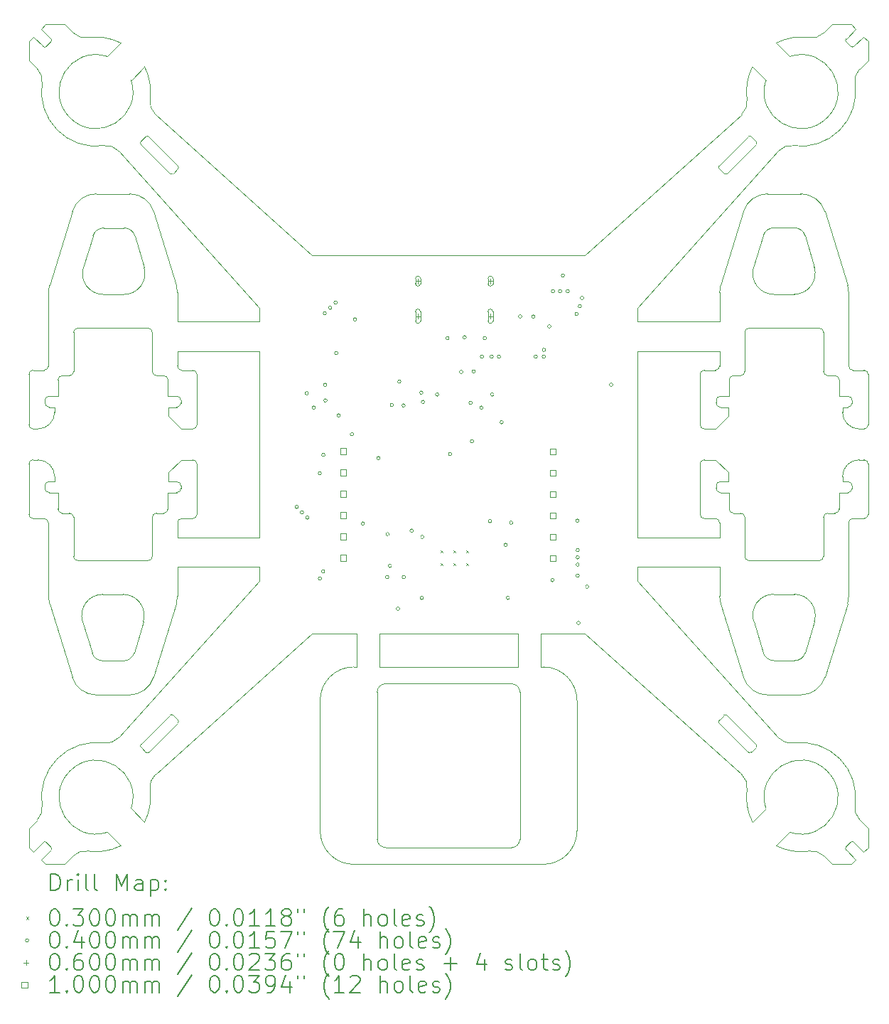
<source format=gbr>
%TF.GenerationSoftware,KiCad,Pcbnew,8.99.0-1558-g48f6f837a1*%
%TF.CreationDate,2024-07-10T14:27:02+03:00*%
%TF.ProjectId,ESP32 drone,45535033-3220-4647-926f-6e652e6b6963,rev?*%
%TF.SameCoordinates,Original*%
%TF.FileFunction,Drillmap*%
%TF.FilePolarity,Positive*%
%FSLAX45Y45*%
G04 Gerber Fmt 4.5, Leading zero omitted, Abs format (unit mm)*
G04 Created by KiCad (PCBNEW 8.99.0-1558-g48f6f837a1) date 2024-07-10 14:27:02*
%MOMM*%
%LPD*%
G01*
G04 APERTURE LIST*
%ADD10C,0.025400*%
%ADD11C,0.200000*%
%ADD12C,0.100000*%
G04 APERTURE END LIST*
D10*
X8974500Y-11228963D02*
G75*
G02*
X8844502Y-11134606I-2000J133973D01*
G01*
X9510218Y-7267372D02*
G75*
G02*
X9560208Y-7317359I2J-49988D01*
G01*
X8196174Y-8834323D02*
G75*
G02*
X8396167Y-9034323I-4J-199997D01*
G01*
X8396174Y-8267370D02*
X8396174Y-8207375D01*
X10839755Y-9761652D02*
X9860230Y-9761652D01*
X17743323Y-9419336D02*
G75*
G02*
X17693336Y-9469323I-49983J-4D01*
G01*
X9746158Y-9224340D02*
X9746158Y-9419336D01*
X8143774Y-3796817D02*
X8089748Y-3850843D01*
X8396174Y-9094343D02*
X8396174Y-9034323D01*
X9746158Y-7882357D02*
X9746158Y-8077378D01*
X16753129Y-5044186D02*
G75*
G02*
X16754954Y-5079438I-16819J-18544D01*
G01*
X8247050Y-12948056D02*
G75*
G02*
X8982457Y-12207486I642700J97206D01*
G01*
X16328340Y-8207375D02*
G75*
G02*
X16278325Y-8157362I0J50015D01*
G01*
X14619758Y-13250850D02*
G75*
G02*
X14219759Y-13650848I-399998J0D01*
G01*
X8281162Y-9174328D02*
X8281162Y-9144330D01*
X9860230Y-10458094D02*
X9860230Y-10111638D01*
X16407015Y-5427637D02*
G75*
G02*
X16371741Y-5425802I-16715J18637D01*
G01*
X16273323Y-8467369D02*
X16423336Y-8317357D01*
X9610217Y-7832369D02*
G75*
G02*
X9560211Y-7782357I3J50009D01*
G01*
X9846793Y-6754901D02*
G75*
G02*
X9860206Y-6843598I-286563J-88699D01*
G01*
X9866512Y-5333588D02*
G75*
G02*
X9864674Y-5368859I-18642J-16712D01*
G01*
X17660290Y-13650849D02*
X17889754Y-13650849D01*
X18039741Y-8834323D02*
G75*
G02*
X18089757Y-8884336I-1J-50017D01*
G01*
X10042576Y-7767371D02*
X9910217Y-7767371D01*
X9518346Y-12316054D02*
G75*
G02*
X9483071Y-12314220I-16716J18644D01*
G01*
X9426372Y-12257507D02*
X9483073Y-12314218D01*
X17983327Y-8467369D02*
G75*
G02*
X17783331Y-8267370I3J199999D01*
G01*
X8139761Y-9534322D02*
G75*
G02*
X8089768Y-9484335I-1J49992D01*
G01*
X17826457Y-13479475D02*
G75*
G02*
X17827365Y-13443300I17683J17655D01*
G01*
X15339746Y-10111638D02*
X16319272Y-10111638D01*
X8331150Y-9094343D02*
X8396174Y-9094343D01*
X8139761Y-8467369D02*
X8196174Y-8467369D01*
X10839755Y-10111638D02*
X10839755Y-10276891D01*
X8272095Y-9534322D02*
G75*
G02*
X8322098Y-9584334I-5J-50008D01*
G01*
X9901174Y-9144330D02*
X9901174Y-9174328D01*
X16669284Y-10034321D02*
G75*
G02*
X16619289Y-9984334I-4J49991D01*
G01*
X8436153Y-9224340D02*
X8331150Y-9224340D01*
X13939749Y-13350850D02*
G75*
G02*
X13839749Y-13450849I-99999J0D01*
G01*
X8893277Y-11634089D02*
G75*
G02*
X8606692Y-11422785I3J299999D01*
G01*
X12339752Y-13450849D02*
G75*
G02*
X12239751Y-13350850I-2J99999D01*
G01*
X17286224Y-5667604D02*
X16890442Y-5667604D01*
X16086913Y-8884336D02*
X16086913Y-9484335D01*
X17857394Y-7717358D02*
X17857394Y-6843598D01*
X9860230Y-7540041D02*
X10839755Y-7540041D01*
X17197426Y-12207443D02*
G75*
G02*
X17020273Y-12143320I-28526J197963D01*
G01*
X10092589Y-9484335D02*
G75*
G02*
X10042576Y-9534339I-50009J5D01*
G01*
X14184757Y-10900842D02*
X14715795Y-10900842D01*
X9560230Y-9519336D02*
G75*
G02*
X9610217Y-9469350I49990J-4D01*
G01*
X17447000Y-6540000D02*
G75*
G02*
X17208195Y-6863922I-238810J-73930D01*
G01*
X17208195Y-6071953D02*
G75*
G02*
X17338200Y-6166308I2005J-133977D01*
G01*
X17557395Y-7317359D02*
X17557395Y-7782357D01*
X8235722Y-3704895D02*
X8353044Y-3822217D01*
X9560230Y-7317359D02*
X9560230Y-7782357D01*
X8335518Y-10546791D02*
G75*
G02*
X8322105Y-10458094I286582J88701D01*
G01*
X13939749Y-11600840D02*
X13939749Y-13350850D01*
X17339293Y-11132182D02*
G75*
G02*
X17209293Y-11226540I-128003J39622D01*
G01*
X9510218Y-10034321D02*
X8672094Y-10034321D01*
X17848326Y-8077378D02*
G75*
G02*
X17898322Y-8127365I4J-49992D01*
G01*
X8620329Y-3751961D02*
X8519211Y-3650844D01*
X8622107Y-9984334D02*
X8622107Y-9519336D01*
X10042576Y-7767371D02*
G75*
G02*
X10092569Y-7817358I4J-49989D01*
G01*
X17983327Y-8467369D02*
X18039741Y-8467369D01*
X8672094Y-7267372D02*
X9510218Y-7267372D01*
X16669284Y-7267372D02*
X17507382Y-7267372D01*
X8572094Y-9469323D02*
G75*
G02*
X8622107Y-9519336I-4J-50017D01*
G01*
X8978000Y-6865987D02*
G75*
G02*
X8739195Y-6542070I0J249987D01*
G01*
X10839755Y-7540041D02*
X10839755Y-9761652D01*
X9860230Y-10111638D02*
X10839755Y-10111638D01*
X8622107Y-7782357D02*
X8622107Y-7317359D01*
X8792541Y-3808146D02*
G75*
G02*
X9185862Y-3872201I97209J-642694D01*
G01*
X8322107Y-7717358D02*
G75*
G02*
X8272095Y-7767377I-50017J-2D01*
G01*
X16753129Y-5044186D02*
G75*
G02*
X16696411Y-4987468I536591J593306D01*
G01*
X8984000Y-6074023D02*
X9223000Y-6074023D01*
X18035702Y-13504875D02*
X18089753Y-13450849D01*
X8982075Y-5094249D02*
G75*
G02*
X9159229Y-5158371I28525J-197971D01*
G01*
X8436153Y-8077378D02*
X8436153Y-7882357D01*
X17783328Y-9034323D02*
X17783328Y-9094343D01*
X15339746Y-7540041D02*
X16319272Y-7540041D01*
X9901174Y-8157362D02*
G75*
G02*
X9851162Y-8207374I-50014J2D01*
G01*
X10839755Y-10276891D02*
X9159215Y-12143308D01*
X9746158Y-9419336D02*
G75*
G02*
X9696171Y-9469328I-49988J-4D01*
G01*
X17857394Y-10458094D02*
X17857394Y-9584334D01*
X9851162Y-9224340D02*
X9746158Y-9224340D01*
X16319272Y-6843598D02*
G75*
G02*
X16332684Y-6754901I299998J-2D01*
G01*
X9518351Y-12316058D02*
X9866150Y-11967726D01*
X16319272Y-9761652D02*
X15339746Y-9761652D01*
X8247152Y-12948590D02*
G75*
G02*
X8190869Y-13120272I-197712J-30250D01*
G01*
X9159215Y-12143308D02*
G75*
G02*
X8982078Y-12207423I-148615J133838D01*
G01*
X14184757Y-11300841D02*
X14184757Y-10900842D01*
X12239752Y-11600840D02*
G75*
G02*
X12339752Y-11500842I99998J0D01*
G01*
X17918380Y-13387553D02*
X18035702Y-13504875D01*
X8436153Y-7882357D02*
G75*
G02*
X8486166Y-7832343I50017J-3D01*
G01*
X8353044Y-13479501D02*
X8235722Y-13596823D01*
X9906153Y-8467369D02*
X10042576Y-8467369D01*
X8281162Y-8127365D02*
G75*
G02*
X8331150Y-8077372I49988J5D01*
G01*
X16839195Y-6166310D02*
G75*
G02*
X16969194Y-6071958I127995J-39620D01*
G01*
X8572094Y-9469323D02*
X8486166Y-9469323D01*
X9461805Y-6542070D02*
X9353000Y-6168380D01*
X16423336Y-8984336D02*
X16273323Y-8834323D01*
X16423336Y-8207375D02*
X16328340Y-8207375D01*
X9851162Y-8207375D02*
X9756166Y-8207375D01*
X8281162Y-8157362D02*
X8281162Y-8127365D01*
X9864326Y-11932474D02*
X9807625Y-11875763D01*
X17943780Y-13596823D02*
X17826457Y-13479501D01*
X8272095Y-7767371D02*
X8139761Y-7767371D01*
X16871188Y-4315130D02*
X16711016Y-4154957D01*
X8089748Y-7817358D02*
G75*
G02*
X8139761Y-7767348I50012J-2D01*
G01*
X16319272Y-7540041D02*
X16319272Y-7717358D01*
X16278327Y-9174328D02*
X16278327Y-9144330D01*
X18089753Y-13450849D02*
X18089753Y-13221386D01*
X16969195Y-6071953D02*
X17208195Y-6071953D01*
X16619271Y-9984334D02*
X16619271Y-9519336D01*
X12264746Y-10900842D02*
X12264746Y-11300841D01*
X16582213Y-12581382D02*
G75*
G02*
X16646332Y-12758520I-133833J-148618D01*
G01*
X16433343Y-8077378D02*
X16433343Y-7882357D01*
X17693336Y-7832369D02*
G75*
G02*
X17743331Y-7882357I4J-49991D01*
G01*
X17988636Y-13120268D02*
G75*
G02*
X17932354Y-12948591I141424J141428D01*
G01*
X9468485Y-4154957D02*
X9308288Y-4315130D01*
X17020286Y-12143308D02*
X15339746Y-10276891D01*
X17898339Y-8157362D02*
G75*
G02*
X17848326Y-8207369I-50009J2D01*
G01*
X8089748Y-8884336D02*
X8089748Y-9484335D01*
X16619271Y-7782357D02*
X16619271Y-7317359D01*
X9756166Y-8317357D02*
X9906153Y-8467369D01*
X11994744Y-10900842D02*
X11994744Y-11300841D01*
X17154043Y-13269392D02*
X16993845Y-13429590D01*
X9483090Y-4987468D02*
G75*
G02*
X9426793Y-5043665I-592520J537278D01*
G01*
X8196174Y-8834323D02*
X8139761Y-8834323D01*
X14619758Y-13250850D02*
X14619758Y-11700840D01*
X16569284Y-9469323D02*
X16483330Y-9469323D01*
X17943780Y-3704895D02*
X17889754Y-3650844D01*
X16269285Y-9534322D02*
G75*
G02*
X16319288Y-9584334I-5J-50008D01*
G01*
X16711016Y-13146761D02*
G75*
G02*
X16646398Y-12758141I578734J295911D01*
G01*
X8792007Y-3808247D02*
G75*
G02*
X8620327Y-3751963I-30247J197717D01*
G01*
X16136925Y-8467369D02*
X16273323Y-8467369D01*
X9851162Y-9094343D02*
G75*
G02*
X9901147Y-9144330I-2J-49987D01*
G01*
X9910217Y-9534322D02*
X10042576Y-9534322D01*
X9901174Y-9174328D02*
G75*
G02*
X9851162Y-9224344I-50014J-2D01*
G01*
X8519211Y-3650844D02*
X8289748Y-3650844D01*
X16582213Y-4720311D02*
X14715795Y-6400851D01*
X8729695Y-10760917D02*
X8844500Y-11134607D01*
X17743323Y-9224340D02*
X17743323Y-9419336D01*
X14219759Y-11300841D02*
G75*
G02*
X14619759Y-11700840I1J-399999D01*
G01*
X16603879Y-5878906D02*
G75*
G02*
X16890442Y-5667627I286561J-88694D01*
G01*
X16890442Y-11634089D02*
X17286224Y-11634089D01*
X16319272Y-6843598D02*
X16319272Y-7190054D01*
X8289748Y-3650844D02*
X8235722Y-3704895D01*
X9308211Y-4314876D02*
G75*
G02*
X9024979Y-4032139I-418465J-135966D01*
G01*
X8190865Y-13120268D02*
X8089748Y-13221386D01*
X8854000Y-6168380D02*
G75*
G02*
X8984000Y-6074023I128000J-39620D01*
G01*
X8089748Y-7817358D02*
X8089748Y-8417357D01*
X16754964Y-12222245D02*
X16406631Y-11874447D01*
X8739195Y-6542070D02*
X8854000Y-6168380D01*
X8436153Y-9419336D02*
X8436153Y-9224340D01*
X16619271Y-7782357D02*
G75*
G02*
X16569284Y-7832351I-49991J-3D01*
G01*
X16319272Y-10111638D02*
X16319272Y-10458094D01*
X17557395Y-9519336D02*
X17557395Y-9984334D01*
X12324741Y-6400851D02*
X13854761Y-6400851D01*
X15339746Y-7190054D02*
X15339746Y-7024802D01*
X8893277Y-11634089D02*
X9289034Y-11634089D01*
X16754933Y-12222251D02*
G75*
G02*
X16753105Y-12257505I-18623J-16709D01*
G01*
X17198163Y-12207342D02*
G75*
G02*
X17932275Y-12949174I91597J-643508D01*
G01*
X8335518Y-10546791D02*
X8606689Y-11422812D01*
X9597289Y-12581382D02*
X11463706Y-10900842D01*
X8396174Y-8267370D02*
G75*
G02*
X8196174Y-8467374I-200004J0D01*
G01*
X8331150Y-8207375D02*
G75*
G02*
X8281135Y-8157362I0J50015D01*
G01*
X9483090Y-4987468D02*
G75*
G02*
X9518339Y-4985647I18540J-16812D01*
G01*
X16278327Y-8127365D02*
G75*
G02*
X16328340Y-8077357I50013J-5D01*
G01*
X17783328Y-9034323D02*
G75*
G02*
X17983327Y-8834318I200002J3D01*
G01*
X17857394Y-10458094D02*
G75*
G02*
X17843981Y-10546791I-300004J4D01*
G01*
X9289034Y-5667604D02*
X8893277Y-5667604D01*
X8486166Y-9469323D02*
G75*
G02*
X8436187Y-9419336I4J49983D01*
G01*
X12264746Y-11300841D02*
X13914755Y-11300841D01*
X8139761Y-8467369D02*
G75*
G02*
X8089751Y-8417357I-1J50009D01*
G01*
X9756166Y-9094343D02*
X9851162Y-9094343D01*
X16970293Y-11226538D02*
X17209293Y-11226538D01*
X8139761Y-9534322D02*
X8272095Y-9534322D01*
X11959743Y-13650849D02*
X14219759Y-13650849D01*
X17898339Y-9144330D02*
X17898339Y-9174328D01*
X16328340Y-9094343D02*
X16423336Y-9094343D01*
X17743323Y-8077378D02*
X17848326Y-8077378D01*
X16724390Y-6540000D02*
X16839195Y-6166310D01*
X17783328Y-9094343D02*
X17848326Y-9094343D01*
X8322107Y-9584334D02*
X8322107Y-10458094D01*
X9860230Y-7190054D02*
X9860230Y-6843598D01*
X9025459Y-4032301D02*
X9185656Y-3872103D01*
X16086913Y-8884336D02*
G75*
G02*
X16136925Y-8834323I50017J-4D01*
G01*
X18089753Y-9484335D02*
G75*
G02*
X18039741Y-9534343I-50013J5D01*
G01*
X9864326Y-11932474D02*
G75*
G02*
X9866152Y-11967728I-16826J-18546D01*
G01*
X17153789Y-4032377D02*
G75*
G02*
X16871054Y-4315618I135971J-418463D01*
G01*
X8297114Y-3913480D02*
G75*
G02*
X8352385Y-3858210I592626J-537360D01*
G01*
X13839749Y-11500841D02*
G75*
G02*
X13939749Y-11600840I1J-99999D01*
G01*
X8352663Y-3821811D02*
G75*
G02*
X8352160Y-3858418I-17313J-18069D01*
G01*
X16315181Y-5369248D02*
X16371882Y-5425959D01*
X10839755Y-7024802D02*
X10839755Y-7190054D01*
X8331150Y-8077378D02*
X8436153Y-8077378D01*
X16696411Y-12314225D02*
G75*
G02*
X16661162Y-12316047I-18541J16815D01*
G01*
X17898339Y-9174328D02*
G75*
G02*
X17848326Y-9224339I-50009J-2D01*
G01*
X17898339Y-8127365D02*
X17898339Y-8157362D01*
X16371380Y-11876271D02*
G75*
G02*
X16406628Y-11874450I18540J-16819D01*
G01*
X8089748Y-4080307D02*
X8190865Y-4181424D01*
X8352384Y-13443483D02*
G75*
G02*
X8297114Y-13388213I537366J592643D01*
G01*
X17857394Y-9584334D02*
G75*
G02*
X17907381Y-9534344I49986J4D01*
G01*
X16315181Y-5369248D02*
G75*
G02*
X16313362Y-5334001I16819J18538D01*
G01*
X9213500Y-10437000D02*
X8968500Y-10437000D01*
X17988636Y-4181424D02*
X18089753Y-4080307D01*
X9756166Y-8207375D02*
X9756166Y-8317357D01*
X9746158Y-8077378D02*
X9851162Y-8077378D01*
X9575623Y-11422786D02*
G75*
G02*
X9289034Y-11634094I-286593J88696D01*
G01*
X9424543Y-5079441D02*
G75*
G02*
X9426369Y-5044182I18647J16711D01*
G01*
X17907381Y-7767371D02*
G75*
G02*
X17857369Y-7717358I-1J50011D01*
G01*
X10092589Y-8417357D02*
G75*
G02*
X10042576Y-8467369I-50009J-3D01*
G01*
X8331150Y-9224340D02*
G75*
G02*
X8281140Y-9174328I0J50010D01*
G01*
X18089753Y-8417357D02*
G75*
G02*
X18039741Y-8467373I-50013J-3D01*
G01*
X17020286Y-5158384D02*
G75*
G02*
X17197423Y-5094269I148614J-133836D01*
G01*
X11463706Y-6400851D02*
X9597289Y-4720311D01*
X17826457Y-3822217D02*
X17943780Y-3704895D01*
X16278327Y-9144330D02*
G75*
G02*
X16328340Y-9094317I50013J0D01*
G01*
X8396174Y-8207375D02*
X8331150Y-8207375D01*
X17827116Y-3858211D02*
G75*
G02*
X17882181Y-3913255I-537346J-592619D01*
G01*
X17607382Y-7832369D02*
X17693336Y-7832369D01*
X16970293Y-11226538D02*
G75*
G02*
X16840289Y-11132183I-2003J133978D01*
G01*
X12239752Y-13350850D02*
X12239752Y-11600840D01*
X9772492Y-11874085D02*
G75*
G02*
X9807769Y-11875918I16718J-18635D01*
G01*
X16136925Y-9534322D02*
X16269285Y-9534322D01*
X16328340Y-9224340D02*
G75*
G02*
X16278330Y-9174328I0J50010D01*
G01*
X9860230Y-9761652D02*
X9860230Y-9584334D01*
X9860230Y-7717358D02*
X9860230Y-7540041D01*
X9533154Y-12758522D02*
G75*
G02*
X9597279Y-12581371I197966J28522D01*
G01*
X17827346Y-3858412D02*
G75*
G02*
X17826466Y-3822226I16794J18512D01*
G01*
X16993845Y-3872103D02*
X17154043Y-4032301D01*
X17848326Y-9094343D02*
G75*
G02*
X17898317Y-9144330I4J-49987D01*
G01*
X16433343Y-7882357D02*
G75*
G02*
X16483330Y-7832373I49987J-3D01*
G01*
X9213500Y-10437000D02*
G75*
G02*
X9452309Y-10760918I0J-249990D01*
G01*
X16312991Y-11968105D02*
G75*
G02*
X16314826Y-11932831I18639J16715D01*
G01*
X17507382Y-10034321D02*
X16669284Y-10034321D01*
X17743323Y-7882357D02*
X17743323Y-8077378D01*
X18039741Y-7767371D02*
X17907381Y-7767371D01*
X11559744Y-11700840D02*
G75*
G02*
X11959743Y-11300844I399996J0D01*
G01*
X15339746Y-9761652D02*
X15339746Y-7540041D01*
X17882185Y-13388442D02*
G75*
G02*
X17918374Y-13387559I18515J-16788D01*
G01*
X9860230Y-10458094D02*
G75*
G02*
X9846815Y-10546798I-300000J4D01*
G01*
X8622107Y-7317359D02*
G75*
G02*
X8672094Y-7267377I49983J-1D01*
G01*
X16483330Y-9469323D02*
G75*
G02*
X16433347Y-9419336I0J49983D01*
G01*
X8261122Y-13387553D02*
G75*
G02*
X8297289Y-13388467I17648J-17677D01*
G01*
X14715795Y-10900842D02*
X16582213Y-12581382D01*
X16136925Y-8467369D02*
G75*
G02*
X16086921Y-8417357I5J50009D01*
G01*
X9808123Y-5425422D02*
G75*
G02*
X9772872Y-5427245I-18543J16822D01*
G01*
X8606689Y-5878906D02*
G75*
G02*
X8893277Y-5667619I286591J-88724D01*
G01*
X10042576Y-8834323D02*
X9906153Y-8834323D01*
X16423336Y-8317357D02*
X16423336Y-8207375D01*
X16725488Y-10758492D02*
X16840293Y-11132182D01*
X9223000Y-6865987D02*
X8978000Y-6865987D01*
X9308288Y-12986563D02*
X9468485Y-13146761D01*
X17557395Y-9519336D02*
G75*
G02*
X17607382Y-9469355I49985J-4D01*
G01*
X16569284Y-9469323D02*
G75*
G02*
X16619297Y-9519336I-4J-50017D01*
G01*
X16319272Y-7717358D02*
G75*
G02*
X16269285Y-7767352I-49992J-2D01*
G01*
X8620329Y-13549732D02*
G75*
G02*
X8792007Y-13493449I141431J-141428D01*
G01*
X16661156Y-4985664D02*
X16313357Y-5333997D01*
X9185656Y-13429590D02*
X9025459Y-13269392D01*
X9461805Y-6542070D02*
G75*
G02*
X9223000Y-6865987I-238805J-73930D01*
G01*
X9772492Y-11874085D02*
X9424548Y-12222255D01*
X17932451Y-4353662D02*
G75*
G02*
X17197045Y-5094201I-642701J-97178D01*
G01*
X9533154Y-12758522D02*
G75*
G02*
X9468379Y-13146961I-643404J-92328D01*
G01*
X9906153Y-8834323D02*
X9756166Y-8984336D01*
X9426372Y-12257507D02*
G75*
G02*
X9424544Y-12222252I16818J18547D01*
G01*
X8289748Y-13650849D02*
X8519211Y-13650849D01*
X13914755Y-10900842D02*
X12264746Y-10900842D01*
X17209293Y-10434575D02*
X16964293Y-10434575D01*
X16136925Y-9534322D02*
G75*
G02*
X16086948Y-9484335I5J49982D01*
G01*
X11959743Y-13650849D02*
G75*
G02*
X11559741Y-13250850I-3J399999D01*
G01*
X18039741Y-7767371D02*
G75*
G02*
X18089729Y-7817358I-1J-49989D01*
G01*
X8974500Y-11228963D02*
X9213500Y-11228963D01*
X10839755Y-7190054D02*
X9860230Y-7190054D01*
X8089748Y-13450849D02*
X8143774Y-13504875D01*
X17557395Y-9984334D02*
G75*
G02*
X17507382Y-10034345I-50015J4D01*
G01*
X9468384Y-4154754D02*
G75*
G02*
X9533092Y-4543550I-578634J-296086D01*
G01*
X8622107Y-7782357D02*
G75*
G02*
X8572094Y-7832377I-50017J-3D01*
G01*
X9808123Y-5425422D02*
X9864834Y-5368721D01*
X9851162Y-8077378D02*
G75*
G02*
X9901142Y-8127365I-2J-49982D01*
G01*
X17286224Y-5667604D02*
G75*
G02*
X17572824Y-5878895I-4J-300026D01*
G01*
X17559173Y-13549732D02*
X17660290Y-13650849D01*
X16371380Y-11876271D02*
X16314669Y-11932972D01*
X9575623Y-11422812D02*
X9846793Y-10546791D01*
X15339746Y-10276891D02*
X15339746Y-10111638D01*
X17932350Y-4353103D02*
G75*
G02*
X17988632Y-4181420I197710J30253D01*
G01*
X16328340Y-8077378D02*
X16433343Y-8077378D01*
X9860230Y-9584334D02*
G75*
G02*
X9910217Y-9534340I49990J4D01*
G01*
X8235722Y-13596823D02*
X8289748Y-13650849D01*
X16619271Y-7317359D02*
G75*
G02*
X16669284Y-7267351I50009J-1D01*
G01*
X16332683Y-10546791D02*
G75*
G02*
X16319270Y-10458094I286587J88701D01*
G01*
X17572787Y-11422812D02*
X17843983Y-10546791D01*
X9901174Y-8127365D02*
X9901174Y-8157362D01*
X16319272Y-7190054D02*
X15339746Y-7190054D01*
X8143774Y-13504875D02*
X8261096Y-13387553D01*
X16269285Y-7767371D02*
X16136925Y-7767371D01*
X18089753Y-13221386D02*
X17988636Y-13120268D01*
X17848326Y-8207375D02*
X17783328Y-8207375D01*
X18089753Y-8417357D02*
X18089753Y-7817358D01*
X8672094Y-10034321D02*
G75*
G02*
X8622099Y-9984334I-4J49991D01*
G01*
X9696171Y-9469323D02*
X9610217Y-9469323D01*
X17387494Y-13493445D02*
G75*
G02*
X17559181Y-13549724I30256J-197715D01*
G01*
X8352155Y-13443280D02*
G75*
G02*
X8353064Y-13479495I-16785J-18540D01*
G01*
X18089753Y-9484335D02*
X18089753Y-8884336D01*
X17783328Y-8207375D02*
X17783328Y-8267370D01*
X8190865Y-4181424D02*
G75*
G02*
X8247145Y-4353102I-141425J-141426D01*
G01*
X9756166Y-8984336D02*
X9756166Y-9094343D01*
X17572787Y-11422786D02*
G75*
G02*
X17286224Y-11634069I-286567J88696D01*
G01*
X17209293Y-10434575D02*
G75*
G02*
X17448093Y-10758490I-3J-249985D01*
G01*
X17559173Y-3751961D02*
G75*
G02*
X17387494Y-3808245I-141433J141431D01*
G01*
X14219759Y-11300841D02*
X14184757Y-11300841D01*
X9025713Y-13269316D02*
G75*
G02*
X9308450Y-12986083I-135967J418466D01*
G01*
X14715795Y-6400851D02*
X13854761Y-6400851D01*
X16312991Y-11968105D02*
X16661161Y-12316048D01*
X8261096Y-3914140D02*
X8143774Y-3796817D01*
X17843983Y-6754901D02*
G75*
G02*
X17857396Y-6843598I-286583J-88699D01*
G01*
X11559744Y-11700840D02*
X11559744Y-13250850D01*
X13914755Y-11300841D02*
X13914755Y-10900842D01*
X9289034Y-5667604D02*
G75*
G02*
X9575625Y-5878905I6J-299996D01*
G01*
X9452305Y-10760917D02*
X9343500Y-11134607D01*
X8729695Y-10760917D02*
G75*
G02*
X8968500Y-10437004I238805J73927D01*
G01*
X17386935Y-13493547D02*
G75*
G02*
X16993641Y-13429490I-97185J642697D01*
G01*
X15339746Y-7024802D02*
X17020286Y-5158384D01*
X8322107Y-6843598D02*
G75*
G02*
X8335519Y-6754901I300003J-2D01*
G01*
X12339752Y-11500841D02*
X13839749Y-11500841D01*
X9343500Y-11134607D02*
G75*
G02*
X9213500Y-11228966I-128000J39617D01*
G01*
X16483330Y-7832369D02*
X16569284Y-7832369D01*
X18089753Y-3850843D02*
X18035702Y-3796817D01*
X9597289Y-4720311D02*
G75*
G02*
X9533166Y-4543173I133831J148621D01*
G01*
X17907381Y-9534322D02*
X18039741Y-9534322D01*
X16994658Y-3871697D02*
G75*
G02*
X17388077Y-3808331I295092J-579143D01*
G01*
X17848326Y-9224340D02*
X17743323Y-9224340D01*
X9223000Y-6074023D02*
G75*
G02*
X9353000Y-6168380I2000J-133977D01*
G01*
X16603879Y-5878906D02*
X16332683Y-6754901D01*
X8606689Y-5878906D02*
X8335518Y-6754901D01*
X16319272Y-9584334D02*
X16319272Y-9761652D01*
X9696171Y-7832369D02*
G75*
G02*
X9746161Y-7882357I-1J-49991D01*
G01*
X17447000Y-6540000D02*
X17338195Y-6166310D01*
X9910217Y-7767371D02*
G75*
G02*
X9860209Y-7717358I3J50011D01*
G01*
X8486166Y-7832369D02*
X8572094Y-7832369D01*
X10042576Y-8834323D02*
G75*
G02*
X10092597Y-8884336I4J-50017D01*
G01*
X9560230Y-9984334D02*
G75*
G02*
X9510218Y-10034340I-50010J4D01*
G01*
X10092589Y-8417357D02*
X10092589Y-7817358D01*
X8519211Y-13650849D02*
X8620329Y-13549732D01*
X17507382Y-7267372D02*
G75*
G02*
X17557368Y-7317359I-2J-49988D01*
G01*
X12324741Y-6400851D02*
X11463706Y-6400851D01*
X9560230Y-9519336D02*
X9560230Y-9984334D01*
X16278327Y-8157362D02*
X16278327Y-8127365D01*
X17918380Y-3914140D02*
G75*
G02*
X17882179Y-3913257I-17680J17680D01*
G01*
X11994744Y-11300841D02*
X11959743Y-11300841D01*
X16433343Y-9224340D02*
X16328340Y-9224340D01*
X16871290Y-12986817D02*
G75*
G02*
X17154501Y-13269542I418460J135967D01*
G01*
X17448098Y-10758492D02*
X17339293Y-11132182D01*
X16661156Y-4985664D02*
G75*
G02*
X16696404Y-4987475I16714J-18616D01*
G01*
X10092589Y-9484335D02*
X10092589Y-8884336D01*
X8089748Y-13221386D02*
X8089748Y-13450849D01*
X8089748Y-3850843D02*
X8089748Y-4080307D01*
X17660290Y-3650844D02*
X17559173Y-3751961D01*
X17208195Y-6863916D02*
X16963195Y-6863916D01*
X16423336Y-9094343D02*
X16423336Y-8984336D01*
X16433343Y-9419336D02*
X16433343Y-9224340D01*
X8089748Y-8884336D02*
G75*
G02*
X8139761Y-8834328I50012J-4D01*
G01*
X9846793Y-6754901D02*
X9575623Y-5878906D01*
X16963195Y-6863916D02*
G75*
G02*
X16724386Y-6539999I-5J249987D01*
G01*
X18089753Y-4080307D02*
X18089753Y-3850843D01*
X13839749Y-13450849D02*
X12339752Y-13450849D01*
X11463706Y-10900842D02*
X11994744Y-10900842D01*
X16407015Y-5427637D02*
X16754959Y-5079467D01*
X17889754Y-13650849D02*
X17943780Y-13596823D01*
X9610217Y-7832369D02*
X9696171Y-7832369D01*
X16086913Y-7817358D02*
G75*
G02*
X16136925Y-7767343I50017J-2D01*
G01*
X16332683Y-10546791D02*
X16603879Y-11422812D01*
X17693336Y-9469323D02*
X17607382Y-9469323D01*
X9159215Y-5158384D02*
X10839755Y-7024802D01*
X18039741Y-8834323D02*
X17983327Y-8834323D01*
X8322107Y-6843598D02*
X8322107Y-7717358D01*
X16273323Y-8834323D02*
X16136925Y-8834323D01*
X8981339Y-5094376D02*
G75*
G02*
X8247208Y-4352516I-91589J643536D01*
G01*
X9184844Y-13429996D02*
G75*
G02*
X8791424Y-13493363I-295094J579146D01*
G01*
X16086913Y-7817358D02*
X16086913Y-8417357D01*
X9866512Y-5333588D02*
X9518342Y-4985644D01*
X16646398Y-4543552D02*
G75*
G02*
X16711107Y-4154749I643352J92712D01*
G01*
X16711016Y-13146761D02*
X16871188Y-12986563D01*
X17607382Y-7832369D02*
G75*
G02*
X17557371Y-7782357I-2J50009D01*
G01*
X9424539Y-5079447D02*
X9772871Y-5427246D01*
X16725488Y-10758492D02*
G75*
G02*
X16964293Y-10434575I238802J73932D01*
G01*
X17889754Y-3650844D02*
X17660290Y-3650844D01*
X18035702Y-3796817D02*
X17918380Y-3914140D01*
X16646398Y-4543552D02*
G75*
G02*
X16582224Y-4720324I-198018J-28148D01*
G01*
X8281162Y-9144330D02*
G75*
G02*
X8331150Y-9094342I49988J0D01*
G01*
X16753109Y-12257510D02*
X16696411Y-12314225D01*
X8297317Y-3913251D02*
G75*
G02*
X8261105Y-3914157I-18537J16791D01*
G01*
X17843983Y-6754901D02*
X17572787Y-5878906D01*
X17882388Y-13388213D02*
G75*
G02*
X17827117Y-13443483I-592628J537363D01*
G01*
X16890442Y-11634089D02*
G75*
G02*
X16603855Y-11422793I-2J299999D01*
G01*
D11*
D12*
X12993311Y-9909895D02*
X13023311Y-9939895D01*
X13023311Y-9909895D02*
X12993311Y-9939895D01*
X12993311Y-10062395D02*
X13023311Y-10092395D01*
X13023311Y-10062395D02*
X12993311Y-10092395D01*
X13145811Y-9909895D02*
X13175811Y-9939895D01*
X13175811Y-9909895D02*
X13145811Y-9939895D01*
X13145811Y-10062395D02*
X13175811Y-10092395D01*
X13175811Y-10062395D02*
X13145811Y-10092395D01*
X13298311Y-9909895D02*
X13328311Y-9939895D01*
X13328311Y-9909895D02*
X13298311Y-9939895D01*
X13298311Y-10062395D02*
X13328311Y-10092395D01*
X13328311Y-10062395D02*
X13298311Y-10092395D01*
X11299251Y-9396349D02*
G75*
G02*
X11259251Y-9396349I-20000J0D01*
G01*
X11259251Y-9396349D02*
G75*
G02*
X11299251Y-9396349I20000J0D01*
G01*
X11362243Y-9459341D02*
G75*
G02*
X11322243Y-9459341I-20000J0D01*
G01*
X11322243Y-9459341D02*
G75*
G02*
X11362243Y-9459341I20000J0D01*
G01*
X11419774Y-8042402D02*
G75*
G02*
X11379774Y-8042402I-20000J0D01*
G01*
X11379774Y-8042402D02*
G75*
G02*
X11419774Y-8042402I20000J0D01*
G01*
X11426124Y-9523222D02*
G75*
G02*
X11386124Y-9523222I-20000J0D01*
G01*
X11386124Y-9523222D02*
G75*
G02*
X11426124Y-9523222I20000J0D01*
G01*
X11504991Y-8212963D02*
G75*
G02*
X11464991Y-8212963I-20000J0D01*
G01*
X11464991Y-8212963D02*
G75*
G02*
X11504991Y-8212963I20000J0D01*
G01*
X11575476Y-8994521D02*
G75*
G02*
X11535476Y-8994521I-20000J0D01*
G01*
X11535476Y-8994521D02*
G75*
G02*
X11575476Y-8994521I20000J0D01*
G01*
X11578000Y-10248000D02*
G75*
G02*
X11538000Y-10248000I-20000J0D01*
G01*
X11538000Y-10248000D02*
G75*
G02*
X11578000Y-10248000I20000J0D01*
G01*
X11615000Y-10163000D02*
G75*
G02*
X11575000Y-10163000I-20000J0D01*
G01*
X11575000Y-10163000D02*
G75*
G02*
X11615000Y-10163000I20000J0D01*
G01*
X11618084Y-8776399D02*
G75*
G02*
X11578084Y-8776399I-20000J0D01*
G01*
X11578084Y-8776399D02*
G75*
G02*
X11618084Y-8776399I20000J0D01*
G01*
X11635420Y-7089902D02*
G75*
G02*
X11595420Y-7089902I-20000J0D01*
G01*
X11595420Y-7089902D02*
G75*
G02*
X11635420Y-7089902I20000J0D01*
G01*
X11640754Y-7941818D02*
G75*
G02*
X11600754Y-7941818I-20000J0D01*
G01*
X11600754Y-7941818D02*
G75*
G02*
X11640754Y-7941818I20000J0D01*
G01*
X11643167Y-8128508D02*
G75*
G02*
X11603167Y-8128508I-20000J0D01*
G01*
X11603167Y-8128508D02*
G75*
G02*
X11643167Y-8128508I20000J0D01*
G01*
X11700126Y-7025195D02*
G75*
G02*
X11660126Y-7025195I-20000J0D01*
G01*
X11660126Y-7025195D02*
G75*
G02*
X11700126Y-7025195I20000J0D01*
G01*
X11763436Y-6961886D02*
G75*
G02*
X11723436Y-6961886I-20000J0D01*
G01*
X11723436Y-6961886D02*
G75*
G02*
X11763436Y-6961886I20000J0D01*
G01*
X11772072Y-7562088D02*
G75*
G02*
X11732072Y-7562088I-20000J0D01*
G01*
X11732072Y-7562088D02*
G75*
G02*
X11772072Y-7562088I20000J0D01*
G01*
X11799885Y-8306435D02*
G75*
G02*
X11759885Y-8306435I-20000J0D01*
G01*
X11759885Y-8306435D02*
G75*
G02*
X11799885Y-8306435I20000J0D01*
G01*
X11958635Y-8531098D02*
G75*
G02*
X11918635Y-8531098I-20000J0D01*
G01*
X11918635Y-8531098D02*
G75*
G02*
X11958635Y-8531098I20000J0D01*
G01*
X11994703Y-7162292D02*
G75*
G02*
X11954703Y-7162292I-20000J0D01*
G01*
X11954703Y-7162292D02*
G75*
G02*
X11994703Y-7162292I20000J0D01*
G01*
X12090207Y-9592945D02*
G75*
G02*
X12050207Y-9592945I-20000J0D01*
G01*
X12050207Y-9592945D02*
G75*
G02*
X12090207Y-9592945I20000J0D01*
G01*
X12273976Y-8814562D02*
G75*
G02*
X12233976Y-8814562I-20000J0D01*
G01*
X12233976Y-8814562D02*
G75*
G02*
X12273976Y-8814562I20000J0D01*
G01*
X12378751Y-10229342D02*
G75*
G02*
X12338751Y-10229342I-20000J0D01*
G01*
X12338751Y-10229342D02*
G75*
G02*
X12378751Y-10229342I20000J0D01*
G01*
X12382180Y-9719437D02*
G75*
G02*
X12342180Y-9719437I-20000J0D01*
G01*
X12342180Y-9719437D02*
G75*
G02*
X12382180Y-9719437I20000J0D01*
G01*
X12411644Y-10097262D02*
G75*
G02*
X12371644Y-10097262I-20000J0D01*
G01*
X12371644Y-10097262D02*
G75*
G02*
X12411644Y-10097262I20000J0D01*
G01*
X12434059Y-8183054D02*
G75*
G02*
X12394059Y-8183054I-20000J0D01*
G01*
X12394059Y-8183054D02*
G75*
G02*
X12434059Y-8183054I20000J0D01*
G01*
X12507402Y-10607929D02*
G75*
G02*
X12467402Y-10607929I-20000J0D01*
G01*
X12467402Y-10607929D02*
G75*
G02*
X12507402Y-10607929I20000J0D01*
G01*
X12523150Y-7904734D02*
G75*
G02*
X12483150Y-7904734I-20000J0D01*
G01*
X12483150Y-7904734D02*
G75*
G02*
X12523150Y-7904734I20000J0D01*
G01*
X12573696Y-8187690D02*
G75*
G02*
X12533696Y-8187690I-20000J0D01*
G01*
X12533696Y-8187690D02*
G75*
G02*
X12573696Y-8187690I20000J0D01*
G01*
X12576109Y-10229342D02*
G75*
G02*
X12536109Y-10229342I-20000J0D01*
G01*
X12536109Y-10229342D02*
G75*
G02*
X12576109Y-10229342I20000J0D01*
G01*
X12669835Y-9678416D02*
G75*
G02*
X12629835Y-9678416I-20000J0D01*
G01*
X12629835Y-9678416D02*
G75*
G02*
X12669835Y-9678416I20000J0D01*
G01*
X12785000Y-8035000D02*
G75*
G02*
X12745000Y-8035000I-20000J0D01*
G01*
X12745000Y-8035000D02*
G75*
G02*
X12785000Y-8035000I20000J0D01*
G01*
X12789723Y-10478770D02*
G75*
G02*
X12749723Y-10478770I-20000J0D01*
G01*
X12749723Y-10478770D02*
G75*
G02*
X12789723Y-10478770I20000J0D01*
G01*
X12796327Y-9752838D02*
G75*
G02*
X12756327Y-9752838I-20000J0D01*
G01*
X12756327Y-9752838D02*
G75*
G02*
X12796327Y-9752838I20000J0D01*
G01*
X12804074Y-8145466D02*
G75*
G02*
X12764074Y-8145466I-20000J0D01*
G01*
X12764074Y-8145466D02*
G75*
G02*
X12804074Y-8145466I20000J0D01*
G01*
X12974000Y-8058000D02*
G75*
G02*
X12934000Y-8058000I-20000J0D01*
G01*
X12934000Y-8058000D02*
G75*
G02*
X12974000Y-8058000I20000J0D01*
G01*
X13096301Y-7385558D02*
G75*
G02*
X13056301Y-7385558I-20000J0D01*
G01*
X13056301Y-7385558D02*
G75*
G02*
X13096301Y-7385558I20000J0D01*
G01*
X13128686Y-8764778D02*
G75*
G02*
X13088686Y-8764778I-20000J0D01*
G01*
X13088686Y-8764778D02*
G75*
G02*
X13128686Y-8764778I20000J0D01*
G01*
X13259750Y-7787640D02*
G75*
G02*
X13219750Y-7787640I-20000J0D01*
G01*
X13219750Y-7787640D02*
G75*
G02*
X13259750Y-7787640I20000J0D01*
G01*
X13301152Y-7374763D02*
G75*
G02*
X13261152Y-7374763I-20000J0D01*
G01*
X13261152Y-7374763D02*
G75*
G02*
X13301152Y-7374763I20000J0D01*
G01*
X13373034Y-8157210D02*
G75*
G02*
X13333034Y-8157210I-20000J0D01*
G01*
X13333034Y-8157210D02*
G75*
G02*
X13373034Y-8157210I20000J0D01*
G01*
X13390306Y-8614156D02*
G75*
G02*
X13350306Y-8614156I-20000J0D01*
G01*
X13350306Y-8614156D02*
G75*
G02*
X13390306Y-8614156I20000J0D01*
G01*
X13409356Y-7782687D02*
G75*
G02*
X13369356Y-7782687I-20000J0D01*
G01*
X13369356Y-7782687D02*
G75*
G02*
X13409356Y-7782687I20000J0D01*
G01*
X13500669Y-8214106D02*
G75*
G02*
X13460669Y-8214106I-20000J0D01*
G01*
X13460669Y-8214106D02*
G75*
G02*
X13500669Y-8214106I20000J0D01*
G01*
X13507908Y-7605649D02*
G75*
G02*
X13467908Y-7605649I-20000J0D01*
G01*
X13467908Y-7605649D02*
G75*
G02*
X13507908Y-7605649I20000J0D01*
G01*
X13542816Y-7385934D02*
G75*
G02*
X13502816Y-7385934I-20000J0D01*
G01*
X13502816Y-7385934D02*
G75*
G02*
X13542816Y-7385934I20000J0D01*
G01*
X13603412Y-9564243D02*
G75*
G02*
X13563412Y-9564243I-20000J0D01*
G01*
X13563412Y-9564243D02*
G75*
G02*
X13603412Y-9564243I20000J0D01*
G01*
X13622589Y-7607173D02*
G75*
G02*
X13582589Y-7607173I-20000J0D01*
G01*
X13582589Y-7607173D02*
G75*
G02*
X13622589Y-7607173I20000J0D01*
G01*
X13631352Y-8058023D02*
G75*
G02*
X13591352Y-8058023I-20000J0D01*
G01*
X13591352Y-8058023D02*
G75*
G02*
X13631352Y-8058023I20000J0D01*
G01*
X13709711Y-7607173D02*
G75*
G02*
X13669711Y-7607173I-20000J0D01*
G01*
X13669711Y-7607173D02*
G75*
G02*
X13709711Y-7607173I20000J0D01*
G01*
X13742096Y-8387715D02*
G75*
G02*
X13702096Y-8387715I-20000J0D01*
G01*
X13702096Y-8387715D02*
G75*
G02*
X13742096Y-8387715I20000J0D01*
G01*
X13789975Y-9847834D02*
G75*
G02*
X13749975Y-9847834I-20000J0D01*
G01*
X13749975Y-9847834D02*
G75*
G02*
X13789975Y-9847834I20000J0D01*
G01*
X13817534Y-10479278D02*
G75*
G02*
X13777534Y-10479278I-20000J0D01*
G01*
X13777534Y-10479278D02*
G75*
G02*
X13817534Y-10479278I20000J0D01*
G01*
X13855607Y-9583393D02*
G75*
G02*
X13815607Y-9583393I-20000J0D01*
G01*
X13815607Y-9583393D02*
G75*
G02*
X13855607Y-9583393I20000J0D01*
G01*
X13962568Y-7127240D02*
G75*
G02*
X13922568Y-7127240I-20000J0D01*
G01*
X13922568Y-7127240D02*
G75*
G02*
X13962568Y-7127240I20000J0D01*
G01*
X14120556Y-7128891D02*
G75*
G02*
X14080556Y-7128891I-20000J0D01*
G01*
X14080556Y-7128891D02*
G75*
G02*
X14120556Y-7128891I20000J0D01*
G01*
X14147099Y-7607173D02*
G75*
G02*
X14107099Y-7607173I-20000J0D01*
G01*
X14107099Y-7607173D02*
G75*
G02*
X14147099Y-7607173I20000J0D01*
G01*
X14245143Y-7525639D02*
G75*
G02*
X14205143Y-7525639I-20000J0D01*
G01*
X14205143Y-7525639D02*
G75*
G02*
X14245143Y-7525639I20000J0D01*
G01*
X14245143Y-7607173D02*
G75*
G02*
X14205143Y-7607173I-20000J0D01*
G01*
X14205143Y-7607173D02*
G75*
G02*
X14245143Y-7607173I20000J0D01*
G01*
X14309913Y-7246620D02*
G75*
G02*
X14269913Y-7246620I-20000J0D01*
G01*
X14269913Y-7246620D02*
G75*
G02*
X14309913Y-7246620I20000J0D01*
G01*
X14346870Y-10266807D02*
G75*
G02*
X14306870Y-10266807I-20000J0D01*
G01*
X14306870Y-10266807D02*
G75*
G02*
X14346870Y-10266807I20000J0D01*
G01*
X14354617Y-6827520D02*
G75*
G02*
X14314617Y-6827520I-20000J0D01*
G01*
X14314617Y-6827520D02*
G75*
G02*
X14354617Y-6827520I20000J0D01*
G01*
X14438945Y-6827520D02*
G75*
G02*
X14398945Y-6827520I-20000J0D01*
G01*
X14398945Y-6827520D02*
G75*
G02*
X14438945Y-6827520I20000J0D01*
G01*
X14471838Y-6640195D02*
G75*
G02*
X14431838Y-6640195I-20000J0D01*
G01*
X14431838Y-6640195D02*
G75*
G02*
X14471838Y-6640195I20000J0D01*
G01*
X14528353Y-6827520D02*
G75*
G02*
X14488353Y-6827520I-20000J0D01*
G01*
X14488353Y-6827520D02*
G75*
G02*
X14528353Y-6827520I20000J0D01*
G01*
X14635000Y-7099000D02*
G75*
G02*
X14595000Y-7099000I-20000J0D01*
G01*
X14595000Y-7099000D02*
G75*
G02*
X14635000Y-7099000I20000J0D01*
G01*
X14644685Y-9560433D02*
G75*
G02*
X14604685Y-9560433I-20000J0D01*
G01*
X14604685Y-9560433D02*
G75*
G02*
X14644685Y-9560433I20000J0D01*
G01*
X14647000Y-10083000D02*
G75*
G02*
X14607000Y-10083000I-20000J0D01*
G01*
X14607000Y-10083000D02*
G75*
G02*
X14647000Y-10083000I20000J0D01*
G01*
X14648163Y-9910523D02*
G75*
G02*
X14608163Y-9910523I-20000J0D01*
G01*
X14608163Y-9910523D02*
G75*
G02*
X14648163Y-9910523I20000J0D01*
G01*
X14648163Y-9996248D02*
G75*
G02*
X14608163Y-9996248I-20000J0D01*
G01*
X14608163Y-9996248D02*
G75*
G02*
X14648163Y-9996248I20000J0D01*
G01*
X14648163Y-10214942D02*
G75*
G02*
X14608163Y-10214942I-20000J0D01*
G01*
X14608163Y-10214942D02*
G75*
G02*
X14648163Y-10214942I20000J0D01*
G01*
X14657893Y-10777601D02*
G75*
G02*
X14617893Y-10777601I-20000J0D01*
G01*
X14617893Y-10777601D02*
G75*
G02*
X14657893Y-10777601I20000J0D01*
G01*
X14674000Y-7007000D02*
G75*
G02*
X14634000Y-7007000I-20000J0D01*
G01*
X14634000Y-7007000D02*
G75*
G02*
X14674000Y-7007000I20000J0D01*
G01*
X14699000Y-6908000D02*
G75*
G02*
X14659000Y-6908000I-20000J0D01*
G01*
X14659000Y-6908000D02*
G75*
G02*
X14699000Y-6908000I20000J0D01*
G01*
X14761000Y-10346000D02*
G75*
G02*
X14721000Y-10346000I-20000J0D01*
G01*
X14721000Y-10346000D02*
G75*
G02*
X14761000Y-10346000I20000J0D01*
G01*
X15046513Y-7941691D02*
G75*
G02*
X15006513Y-7941691I-20000J0D01*
G01*
X15006513Y-7941691D02*
G75*
G02*
X15046513Y-7941691I20000J0D01*
G01*
X12725073Y-6677407D02*
X12725073Y-6737407D01*
X12695073Y-6707407D02*
X12755073Y-6707407D01*
X12755073Y-6737407D02*
X12755073Y-6677407D01*
X12695073Y-6677407D02*
G75*
G02*
X12755073Y-6677407I30000J0D01*
G01*
X12695073Y-6677407D02*
X12695073Y-6737407D01*
X12695073Y-6737407D02*
G75*
G03*
X12755073Y-6737407I30000J0D01*
G01*
X12725073Y-7095407D02*
X12725073Y-7155407D01*
X12695073Y-7125407D02*
X12755073Y-7125407D01*
X12755073Y-7180407D02*
X12755073Y-7070407D01*
X12695073Y-7070407D02*
G75*
G02*
X12755073Y-7070407I30000J0D01*
G01*
X12695073Y-7070407D02*
X12695073Y-7180407D01*
X12695073Y-7180407D02*
G75*
G03*
X12755073Y-7180407I30000J0D01*
G01*
X13589073Y-6677407D02*
X13589073Y-6737407D01*
X13559073Y-6707407D02*
X13619073Y-6707407D01*
X13619073Y-6737407D02*
X13619073Y-6677407D01*
X13559073Y-6677407D02*
G75*
G02*
X13619073Y-6677407I30000J0D01*
G01*
X13559073Y-6677407D02*
X13559073Y-6737407D01*
X13559073Y-6737407D02*
G75*
G03*
X13619073Y-6737407I30000J0D01*
G01*
X13589073Y-7095407D02*
X13589073Y-7155407D01*
X13559073Y-7125407D02*
X13619073Y-7125407D01*
X13619073Y-7180407D02*
X13619073Y-7070407D01*
X13559073Y-7070407D02*
G75*
G02*
X13619073Y-7070407I30000J0D01*
G01*
X13559073Y-7070407D02*
X13559073Y-7180407D01*
X13559073Y-7180407D02*
G75*
G03*
X13619073Y-7180407I30000J0D01*
G01*
X11871248Y-8766733D02*
X11871248Y-8696021D01*
X11800536Y-8696021D01*
X11800536Y-8766733D01*
X11871248Y-8766733D01*
X11871248Y-9020733D02*
X11871248Y-8950021D01*
X11800536Y-8950021D01*
X11800536Y-9020733D01*
X11871248Y-9020733D01*
X11871248Y-9274733D02*
X11871248Y-9204021D01*
X11800536Y-9204021D01*
X11800536Y-9274733D01*
X11871248Y-9274733D01*
X11871248Y-9528733D02*
X11871248Y-9458021D01*
X11800536Y-9458021D01*
X11800536Y-9528733D01*
X11871248Y-9528733D01*
X11871248Y-9782733D02*
X11871248Y-9712021D01*
X11800536Y-9712021D01*
X11800536Y-9782733D01*
X11871248Y-9782733D01*
X11871248Y-10036733D02*
X11871248Y-9966021D01*
X11800536Y-9966021D01*
X11800536Y-10036733D01*
X11871248Y-10036733D01*
X14365655Y-8769527D02*
X14365655Y-8698815D01*
X14294943Y-8698815D01*
X14294943Y-8769527D01*
X14365655Y-8769527D01*
X14365655Y-9023527D02*
X14365655Y-8952815D01*
X14294943Y-8952815D01*
X14294943Y-9023527D01*
X14365655Y-9023527D01*
X14365655Y-9277527D02*
X14365655Y-9206815D01*
X14294943Y-9206815D01*
X14294943Y-9277527D01*
X14365655Y-9277527D01*
X14365655Y-9531527D02*
X14365655Y-9460815D01*
X14294943Y-9460815D01*
X14294943Y-9531527D01*
X14365655Y-9531527D01*
X14365655Y-9785527D02*
X14365655Y-9714815D01*
X14294943Y-9714815D01*
X14294943Y-9785527D01*
X14365655Y-9785527D01*
X14365655Y-10039527D02*
X14365655Y-9968815D01*
X14294943Y-9968815D01*
X14294943Y-10039527D01*
X14365655Y-10039527D01*
D11*
X8349255Y-13963603D02*
X8349255Y-13763603D01*
X8349255Y-13763603D02*
X8396874Y-13763603D01*
X8396874Y-13763603D02*
X8425445Y-13773127D01*
X8425445Y-13773127D02*
X8444493Y-13792174D01*
X8444493Y-13792174D02*
X8454017Y-13811222D01*
X8454017Y-13811222D02*
X8463541Y-13849317D01*
X8463541Y-13849317D02*
X8463541Y-13877888D01*
X8463541Y-13877888D02*
X8454017Y-13915984D01*
X8454017Y-13915984D02*
X8444493Y-13935031D01*
X8444493Y-13935031D02*
X8425445Y-13954079D01*
X8425445Y-13954079D02*
X8396874Y-13963603D01*
X8396874Y-13963603D02*
X8349255Y-13963603D01*
X8549255Y-13963603D02*
X8549255Y-13830269D01*
X8549255Y-13868365D02*
X8558779Y-13849317D01*
X8558779Y-13849317D02*
X8568302Y-13839793D01*
X8568302Y-13839793D02*
X8587350Y-13830269D01*
X8587350Y-13830269D02*
X8606398Y-13830269D01*
X8673064Y-13963603D02*
X8673064Y-13830269D01*
X8673064Y-13763603D02*
X8663541Y-13773127D01*
X8663541Y-13773127D02*
X8673064Y-13782650D01*
X8673064Y-13782650D02*
X8682588Y-13773127D01*
X8682588Y-13773127D02*
X8673064Y-13763603D01*
X8673064Y-13763603D02*
X8673064Y-13782650D01*
X8796874Y-13963603D02*
X8777826Y-13954079D01*
X8777826Y-13954079D02*
X8768302Y-13935031D01*
X8768302Y-13935031D02*
X8768302Y-13763603D01*
X8901636Y-13963603D02*
X8882588Y-13954079D01*
X8882588Y-13954079D02*
X8873064Y-13935031D01*
X8873064Y-13935031D02*
X8873064Y-13763603D01*
X9130207Y-13963603D02*
X9130207Y-13763603D01*
X9130207Y-13763603D02*
X9196874Y-13906460D01*
X9196874Y-13906460D02*
X9263541Y-13763603D01*
X9263541Y-13763603D02*
X9263541Y-13963603D01*
X9444493Y-13963603D02*
X9444493Y-13858841D01*
X9444493Y-13858841D02*
X9434969Y-13839793D01*
X9434969Y-13839793D02*
X9415922Y-13830269D01*
X9415922Y-13830269D02*
X9377826Y-13830269D01*
X9377826Y-13830269D02*
X9358779Y-13839793D01*
X9444493Y-13954079D02*
X9425445Y-13963603D01*
X9425445Y-13963603D02*
X9377826Y-13963603D01*
X9377826Y-13963603D02*
X9358779Y-13954079D01*
X9358779Y-13954079D02*
X9349255Y-13935031D01*
X9349255Y-13935031D02*
X9349255Y-13915984D01*
X9349255Y-13915984D02*
X9358779Y-13896936D01*
X9358779Y-13896936D02*
X9377826Y-13887412D01*
X9377826Y-13887412D02*
X9425445Y-13887412D01*
X9425445Y-13887412D02*
X9444493Y-13877888D01*
X9539731Y-13830269D02*
X9539731Y-14030269D01*
X9539731Y-13839793D02*
X9558779Y-13830269D01*
X9558779Y-13830269D02*
X9596874Y-13830269D01*
X9596874Y-13830269D02*
X9615922Y-13839793D01*
X9615922Y-13839793D02*
X9625445Y-13849317D01*
X9625445Y-13849317D02*
X9634969Y-13868365D01*
X9634969Y-13868365D02*
X9634969Y-13925507D01*
X9634969Y-13925507D02*
X9625445Y-13944555D01*
X9625445Y-13944555D02*
X9615922Y-13954079D01*
X9615922Y-13954079D02*
X9596874Y-13963603D01*
X9596874Y-13963603D02*
X9558779Y-13963603D01*
X9558779Y-13963603D02*
X9539731Y-13954079D01*
X9720683Y-13944555D02*
X9730207Y-13954079D01*
X9730207Y-13954079D02*
X9720683Y-13963603D01*
X9720683Y-13963603D02*
X9711160Y-13954079D01*
X9711160Y-13954079D02*
X9720683Y-13944555D01*
X9720683Y-13944555D02*
X9720683Y-13963603D01*
X9720683Y-13839793D02*
X9730207Y-13849317D01*
X9730207Y-13849317D02*
X9720683Y-13858841D01*
X9720683Y-13858841D02*
X9711160Y-13849317D01*
X9711160Y-13849317D02*
X9720683Y-13839793D01*
X9720683Y-13839793D02*
X9720683Y-13858841D01*
D12*
X8058478Y-14277119D02*
X8088478Y-14307119D01*
X8088478Y-14277119D02*
X8058478Y-14307119D01*
D11*
X8387350Y-14183603D02*
X8406398Y-14183603D01*
X8406398Y-14183603D02*
X8425445Y-14193127D01*
X8425445Y-14193127D02*
X8434969Y-14202650D01*
X8434969Y-14202650D02*
X8444493Y-14221698D01*
X8444493Y-14221698D02*
X8454017Y-14259793D01*
X8454017Y-14259793D02*
X8454017Y-14307412D01*
X8454017Y-14307412D02*
X8444493Y-14345507D01*
X8444493Y-14345507D02*
X8434969Y-14364555D01*
X8434969Y-14364555D02*
X8425445Y-14374079D01*
X8425445Y-14374079D02*
X8406398Y-14383603D01*
X8406398Y-14383603D02*
X8387350Y-14383603D01*
X8387350Y-14383603D02*
X8368302Y-14374079D01*
X8368302Y-14374079D02*
X8358779Y-14364555D01*
X8358779Y-14364555D02*
X8349255Y-14345507D01*
X8349255Y-14345507D02*
X8339731Y-14307412D01*
X8339731Y-14307412D02*
X8339731Y-14259793D01*
X8339731Y-14259793D02*
X8349255Y-14221698D01*
X8349255Y-14221698D02*
X8358779Y-14202650D01*
X8358779Y-14202650D02*
X8368302Y-14193127D01*
X8368302Y-14193127D02*
X8387350Y-14183603D01*
X8539731Y-14364555D02*
X8549255Y-14374079D01*
X8549255Y-14374079D02*
X8539731Y-14383603D01*
X8539731Y-14383603D02*
X8530207Y-14374079D01*
X8530207Y-14374079D02*
X8539731Y-14364555D01*
X8539731Y-14364555D02*
X8539731Y-14383603D01*
X8615922Y-14183603D02*
X8739731Y-14183603D01*
X8739731Y-14183603D02*
X8673064Y-14259793D01*
X8673064Y-14259793D02*
X8701636Y-14259793D01*
X8701636Y-14259793D02*
X8720683Y-14269317D01*
X8720683Y-14269317D02*
X8730207Y-14278841D01*
X8730207Y-14278841D02*
X8739731Y-14297888D01*
X8739731Y-14297888D02*
X8739731Y-14345507D01*
X8739731Y-14345507D02*
X8730207Y-14364555D01*
X8730207Y-14364555D02*
X8720683Y-14374079D01*
X8720683Y-14374079D02*
X8701636Y-14383603D01*
X8701636Y-14383603D02*
X8644493Y-14383603D01*
X8644493Y-14383603D02*
X8625445Y-14374079D01*
X8625445Y-14374079D02*
X8615922Y-14364555D01*
X8863541Y-14183603D02*
X8882588Y-14183603D01*
X8882588Y-14183603D02*
X8901636Y-14193127D01*
X8901636Y-14193127D02*
X8911160Y-14202650D01*
X8911160Y-14202650D02*
X8920683Y-14221698D01*
X8920683Y-14221698D02*
X8930207Y-14259793D01*
X8930207Y-14259793D02*
X8930207Y-14307412D01*
X8930207Y-14307412D02*
X8920683Y-14345507D01*
X8920683Y-14345507D02*
X8911160Y-14364555D01*
X8911160Y-14364555D02*
X8901636Y-14374079D01*
X8901636Y-14374079D02*
X8882588Y-14383603D01*
X8882588Y-14383603D02*
X8863541Y-14383603D01*
X8863541Y-14383603D02*
X8844493Y-14374079D01*
X8844493Y-14374079D02*
X8834969Y-14364555D01*
X8834969Y-14364555D02*
X8825445Y-14345507D01*
X8825445Y-14345507D02*
X8815922Y-14307412D01*
X8815922Y-14307412D02*
X8815922Y-14259793D01*
X8815922Y-14259793D02*
X8825445Y-14221698D01*
X8825445Y-14221698D02*
X8834969Y-14202650D01*
X8834969Y-14202650D02*
X8844493Y-14193127D01*
X8844493Y-14193127D02*
X8863541Y-14183603D01*
X9054017Y-14183603D02*
X9073064Y-14183603D01*
X9073064Y-14183603D02*
X9092112Y-14193127D01*
X9092112Y-14193127D02*
X9101636Y-14202650D01*
X9101636Y-14202650D02*
X9111160Y-14221698D01*
X9111160Y-14221698D02*
X9120683Y-14259793D01*
X9120683Y-14259793D02*
X9120683Y-14307412D01*
X9120683Y-14307412D02*
X9111160Y-14345507D01*
X9111160Y-14345507D02*
X9101636Y-14364555D01*
X9101636Y-14364555D02*
X9092112Y-14374079D01*
X9092112Y-14374079D02*
X9073064Y-14383603D01*
X9073064Y-14383603D02*
X9054017Y-14383603D01*
X9054017Y-14383603D02*
X9034969Y-14374079D01*
X9034969Y-14374079D02*
X9025445Y-14364555D01*
X9025445Y-14364555D02*
X9015922Y-14345507D01*
X9015922Y-14345507D02*
X9006398Y-14307412D01*
X9006398Y-14307412D02*
X9006398Y-14259793D01*
X9006398Y-14259793D02*
X9015922Y-14221698D01*
X9015922Y-14221698D02*
X9025445Y-14202650D01*
X9025445Y-14202650D02*
X9034969Y-14193127D01*
X9034969Y-14193127D02*
X9054017Y-14183603D01*
X9206398Y-14383603D02*
X9206398Y-14250269D01*
X9206398Y-14269317D02*
X9215922Y-14259793D01*
X9215922Y-14259793D02*
X9234969Y-14250269D01*
X9234969Y-14250269D02*
X9263541Y-14250269D01*
X9263541Y-14250269D02*
X9282588Y-14259793D01*
X9282588Y-14259793D02*
X9292112Y-14278841D01*
X9292112Y-14278841D02*
X9292112Y-14383603D01*
X9292112Y-14278841D02*
X9301636Y-14259793D01*
X9301636Y-14259793D02*
X9320683Y-14250269D01*
X9320683Y-14250269D02*
X9349255Y-14250269D01*
X9349255Y-14250269D02*
X9368303Y-14259793D01*
X9368303Y-14259793D02*
X9377826Y-14278841D01*
X9377826Y-14278841D02*
X9377826Y-14383603D01*
X9473064Y-14383603D02*
X9473064Y-14250269D01*
X9473064Y-14269317D02*
X9482588Y-14259793D01*
X9482588Y-14259793D02*
X9501636Y-14250269D01*
X9501636Y-14250269D02*
X9530207Y-14250269D01*
X9530207Y-14250269D02*
X9549255Y-14259793D01*
X9549255Y-14259793D02*
X9558779Y-14278841D01*
X9558779Y-14278841D02*
X9558779Y-14383603D01*
X9558779Y-14278841D02*
X9568303Y-14259793D01*
X9568303Y-14259793D02*
X9587350Y-14250269D01*
X9587350Y-14250269D02*
X9615922Y-14250269D01*
X9615922Y-14250269D02*
X9634969Y-14259793D01*
X9634969Y-14259793D02*
X9644493Y-14278841D01*
X9644493Y-14278841D02*
X9644493Y-14383603D01*
X10034969Y-14174079D02*
X9863541Y-14431222D01*
X10292112Y-14183603D02*
X10311160Y-14183603D01*
X10311160Y-14183603D02*
X10330207Y-14193127D01*
X10330207Y-14193127D02*
X10339731Y-14202650D01*
X10339731Y-14202650D02*
X10349255Y-14221698D01*
X10349255Y-14221698D02*
X10358779Y-14259793D01*
X10358779Y-14259793D02*
X10358779Y-14307412D01*
X10358779Y-14307412D02*
X10349255Y-14345507D01*
X10349255Y-14345507D02*
X10339731Y-14364555D01*
X10339731Y-14364555D02*
X10330207Y-14374079D01*
X10330207Y-14374079D02*
X10311160Y-14383603D01*
X10311160Y-14383603D02*
X10292112Y-14383603D01*
X10292112Y-14383603D02*
X10273065Y-14374079D01*
X10273065Y-14374079D02*
X10263541Y-14364555D01*
X10263541Y-14364555D02*
X10254017Y-14345507D01*
X10254017Y-14345507D02*
X10244493Y-14307412D01*
X10244493Y-14307412D02*
X10244493Y-14259793D01*
X10244493Y-14259793D02*
X10254017Y-14221698D01*
X10254017Y-14221698D02*
X10263541Y-14202650D01*
X10263541Y-14202650D02*
X10273065Y-14193127D01*
X10273065Y-14193127D02*
X10292112Y-14183603D01*
X10444493Y-14364555D02*
X10454017Y-14374079D01*
X10454017Y-14374079D02*
X10444493Y-14383603D01*
X10444493Y-14383603D02*
X10434969Y-14374079D01*
X10434969Y-14374079D02*
X10444493Y-14364555D01*
X10444493Y-14364555D02*
X10444493Y-14383603D01*
X10577826Y-14183603D02*
X10596874Y-14183603D01*
X10596874Y-14183603D02*
X10615922Y-14193127D01*
X10615922Y-14193127D02*
X10625446Y-14202650D01*
X10625446Y-14202650D02*
X10634969Y-14221698D01*
X10634969Y-14221698D02*
X10644493Y-14259793D01*
X10644493Y-14259793D02*
X10644493Y-14307412D01*
X10644493Y-14307412D02*
X10634969Y-14345507D01*
X10634969Y-14345507D02*
X10625446Y-14364555D01*
X10625446Y-14364555D02*
X10615922Y-14374079D01*
X10615922Y-14374079D02*
X10596874Y-14383603D01*
X10596874Y-14383603D02*
X10577826Y-14383603D01*
X10577826Y-14383603D02*
X10558779Y-14374079D01*
X10558779Y-14374079D02*
X10549255Y-14364555D01*
X10549255Y-14364555D02*
X10539731Y-14345507D01*
X10539731Y-14345507D02*
X10530207Y-14307412D01*
X10530207Y-14307412D02*
X10530207Y-14259793D01*
X10530207Y-14259793D02*
X10539731Y-14221698D01*
X10539731Y-14221698D02*
X10549255Y-14202650D01*
X10549255Y-14202650D02*
X10558779Y-14193127D01*
X10558779Y-14193127D02*
X10577826Y-14183603D01*
X10834969Y-14383603D02*
X10720684Y-14383603D01*
X10777826Y-14383603D02*
X10777826Y-14183603D01*
X10777826Y-14183603D02*
X10758779Y-14212174D01*
X10758779Y-14212174D02*
X10739731Y-14231222D01*
X10739731Y-14231222D02*
X10720684Y-14240746D01*
X11025446Y-14383603D02*
X10911160Y-14383603D01*
X10968303Y-14383603D02*
X10968303Y-14183603D01*
X10968303Y-14183603D02*
X10949255Y-14212174D01*
X10949255Y-14212174D02*
X10930207Y-14231222D01*
X10930207Y-14231222D02*
X10911160Y-14240746D01*
X11139731Y-14269317D02*
X11120684Y-14259793D01*
X11120684Y-14259793D02*
X11111160Y-14250269D01*
X11111160Y-14250269D02*
X11101636Y-14231222D01*
X11101636Y-14231222D02*
X11101636Y-14221698D01*
X11101636Y-14221698D02*
X11111160Y-14202650D01*
X11111160Y-14202650D02*
X11120684Y-14193127D01*
X11120684Y-14193127D02*
X11139731Y-14183603D01*
X11139731Y-14183603D02*
X11177827Y-14183603D01*
X11177827Y-14183603D02*
X11196874Y-14193127D01*
X11196874Y-14193127D02*
X11206398Y-14202650D01*
X11206398Y-14202650D02*
X11215922Y-14221698D01*
X11215922Y-14221698D02*
X11215922Y-14231222D01*
X11215922Y-14231222D02*
X11206398Y-14250269D01*
X11206398Y-14250269D02*
X11196874Y-14259793D01*
X11196874Y-14259793D02*
X11177827Y-14269317D01*
X11177827Y-14269317D02*
X11139731Y-14269317D01*
X11139731Y-14269317D02*
X11120684Y-14278841D01*
X11120684Y-14278841D02*
X11111160Y-14288365D01*
X11111160Y-14288365D02*
X11101636Y-14307412D01*
X11101636Y-14307412D02*
X11101636Y-14345507D01*
X11101636Y-14345507D02*
X11111160Y-14364555D01*
X11111160Y-14364555D02*
X11120684Y-14374079D01*
X11120684Y-14374079D02*
X11139731Y-14383603D01*
X11139731Y-14383603D02*
X11177827Y-14383603D01*
X11177827Y-14383603D02*
X11196874Y-14374079D01*
X11196874Y-14374079D02*
X11206398Y-14364555D01*
X11206398Y-14364555D02*
X11215922Y-14345507D01*
X11215922Y-14345507D02*
X11215922Y-14307412D01*
X11215922Y-14307412D02*
X11206398Y-14288365D01*
X11206398Y-14288365D02*
X11196874Y-14278841D01*
X11196874Y-14278841D02*
X11177827Y-14269317D01*
X11292112Y-14183603D02*
X11292112Y-14221698D01*
X11368303Y-14183603D02*
X11368303Y-14221698D01*
X11663541Y-14459793D02*
X11654017Y-14450269D01*
X11654017Y-14450269D02*
X11634969Y-14421698D01*
X11634969Y-14421698D02*
X11625446Y-14402650D01*
X11625446Y-14402650D02*
X11615922Y-14374079D01*
X11615922Y-14374079D02*
X11606398Y-14326460D01*
X11606398Y-14326460D02*
X11606398Y-14288365D01*
X11606398Y-14288365D02*
X11615922Y-14240746D01*
X11615922Y-14240746D02*
X11625446Y-14212174D01*
X11625446Y-14212174D02*
X11634969Y-14193127D01*
X11634969Y-14193127D02*
X11654017Y-14164555D01*
X11654017Y-14164555D02*
X11663541Y-14155031D01*
X11825446Y-14183603D02*
X11787350Y-14183603D01*
X11787350Y-14183603D02*
X11768303Y-14193127D01*
X11768303Y-14193127D02*
X11758779Y-14202650D01*
X11758779Y-14202650D02*
X11739731Y-14231222D01*
X11739731Y-14231222D02*
X11730207Y-14269317D01*
X11730207Y-14269317D02*
X11730207Y-14345507D01*
X11730207Y-14345507D02*
X11739731Y-14364555D01*
X11739731Y-14364555D02*
X11749255Y-14374079D01*
X11749255Y-14374079D02*
X11768303Y-14383603D01*
X11768303Y-14383603D02*
X11806398Y-14383603D01*
X11806398Y-14383603D02*
X11825446Y-14374079D01*
X11825446Y-14374079D02*
X11834969Y-14364555D01*
X11834969Y-14364555D02*
X11844493Y-14345507D01*
X11844493Y-14345507D02*
X11844493Y-14297888D01*
X11844493Y-14297888D02*
X11834969Y-14278841D01*
X11834969Y-14278841D02*
X11825446Y-14269317D01*
X11825446Y-14269317D02*
X11806398Y-14259793D01*
X11806398Y-14259793D02*
X11768303Y-14259793D01*
X11768303Y-14259793D02*
X11749255Y-14269317D01*
X11749255Y-14269317D02*
X11739731Y-14278841D01*
X11739731Y-14278841D02*
X11730207Y-14297888D01*
X12082588Y-14383603D02*
X12082588Y-14183603D01*
X12168303Y-14383603D02*
X12168303Y-14278841D01*
X12168303Y-14278841D02*
X12158779Y-14259793D01*
X12158779Y-14259793D02*
X12139731Y-14250269D01*
X12139731Y-14250269D02*
X12111160Y-14250269D01*
X12111160Y-14250269D02*
X12092112Y-14259793D01*
X12092112Y-14259793D02*
X12082588Y-14269317D01*
X12292112Y-14383603D02*
X12273065Y-14374079D01*
X12273065Y-14374079D02*
X12263541Y-14364555D01*
X12263541Y-14364555D02*
X12254017Y-14345507D01*
X12254017Y-14345507D02*
X12254017Y-14288365D01*
X12254017Y-14288365D02*
X12263541Y-14269317D01*
X12263541Y-14269317D02*
X12273065Y-14259793D01*
X12273065Y-14259793D02*
X12292112Y-14250269D01*
X12292112Y-14250269D02*
X12320684Y-14250269D01*
X12320684Y-14250269D02*
X12339731Y-14259793D01*
X12339731Y-14259793D02*
X12349255Y-14269317D01*
X12349255Y-14269317D02*
X12358779Y-14288365D01*
X12358779Y-14288365D02*
X12358779Y-14345507D01*
X12358779Y-14345507D02*
X12349255Y-14364555D01*
X12349255Y-14364555D02*
X12339731Y-14374079D01*
X12339731Y-14374079D02*
X12320684Y-14383603D01*
X12320684Y-14383603D02*
X12292112Y-14383603D01*
X12473065Y-14383603D02*
X12454017Y-14374079D01*
X12454017Y-14374079D02*
X12444493Y-14355031D01*
X12444493Y-14355031D02*
X12444493Y-14183603D01*
X12625446Y-14374079D02*
X12606398Y-14383603D01*
X12606398Y-14383603D02*
X12568303Y-14383603D01*
X12568303Y-14383603D02*
X12549255Y-14374079D01*
X12549255Y-14374079D02*
X12539731Y-14355031D01*
X12539731Y-14355031D02*
X12539731Y-14278841D01*
X12539731Y-14278841D02*
X12549255Y-14259793D01*
X12549255Y-14259793D02*
X12568303Y-14250269D01*
X12568303Y-14250269D02*
X12606398Y-14250269D01*
X12606398Y-14250269D02*
X12625446Y-14259793D01*
X12625446Y-14259793D02*
X12634969Y-14278841D01*
X12634969Y-14278841D02*
X12634969Y-14297888D01*
X12634969Y-14297888D02*
X12539731Y-14316936D01*
X12711160Y-14374079D02*
X12730208Y-14383603D01*
X12730208Y-14383603D02*
X12768303Y-14383603D01*
X12768303Y-14383603D02*
X12787350Y-14374079D01*
X12787350Y-14374079D02*
X12796874Y-14355031D01*
X12796874Y-14355031D02*
X12796874Y-14345507D01*
X12796874Y-14345507D02*
X12787350Y-14326460D01*
X12787350Y-14326460D02*
X12768303Y-14316936D01*
X12768303Y-14316936D02*
X12739731Y-14316936D01*
X12739731Y-14316936D02*
X12720684Y-14307412D01*
X12720684Y-14307412D02*
X12711160Y-14288365D01*
X12711160Y-14288365D02*
X12711160Y-14278841D01*
X12711160Y-14278841D02*
X12720684Y-14259793D01*
X12720684Y-14259793D02*
X12739731Y-14250269D01*
X12739731Y-14250269D02*
X12768303Y-14250269D01*
X12768303Y-14250269D02*
X12787350Y-14259793D01*
X12863541Y-14459793D02*
X12873065Y-14450269D01*
X12873065Y-14450269D02*
X12892112Y-14421698D01*
X12892112Y-14421698D02*
X12901636Y-14402650D01*
X12901636Y-14402650D02*
X12911160Y-14374079D01*
X12911160Y-14374079D02*
X12920684Y-14326460D01*
X12920684Y-14326460D02*
X12920684Y-14288365D01*
X12920684Y-14288365D02*
X12911160Y-14240746D01*
X12911160Y-14240746D02*
X12901636Y-14212174D01*
X12901636Y-14212174D02*
X12892112Y-14193127D01*
X12892112Y-14193127D02*
X12873065Y-14164555D01*
X12873065Y-14164555D02*
X12863541Y-14155031D01*
D12*
X8088478Y-14556119D02*
G75*
G02*
X8048478Y-14556119I-20000J0D01*
G01*
X8048478Y-14556119D02*
G75*
G02*
X8088478Y-14556119I20000J0D01*
G01*
D11*
X8387350Y-14447603D02*
X8406398Y-14447603D01*
X8406398Y-14447603D02*
X8425445Y-14457127D01*
X8425445Y-14457127D02*
X8434969Y-14466650D01*
X8434969Y-14466650D02*
X8444493Y-14485698D01*
X8444493Y-14485698D02*
X8454017Y-14523793D01*
X8454017Y-14523793D02*
X8454017Y-14571412D01*
X8454017Y-14571412D02*
X8444493Y-14609507D01*
X8444493Y-14609507D02*
X8434969Y-14628555D01*
X8434969Y-14628555D02*
X8425445Y-14638079D01*
X8425445Y-14638079D02*
X8406398Y-14647603D01*
X8406398Y-14647603D02*
X8387350Y-14647603D01*
X8387350Y-14647603D02*
X8368302Y-14638079D01*
X8368302Y-14638079D02*
X8358779Y-14628555D01*
X8358779Y-14628555D02*
X8349255Y-14609507D01*
X8349255Y-14609507D02*
X8339731Y-14571412D01*
X8339731Y-14571412D02*
X8339731Y-14523793D01*
X8339731Y-14523793D02*
X8349255Y-14485698D01*
X8349255Y-14485698D02*
X8358779Y-14466650D01*
X8358779Y-14466650D02*
X8368302Y-14457127D01*
X8368302Y-14457127D02*
X8387350Y-14447603D01*
X8539731Y-14628555D02*
X8549255Y-14638079D01*
X8549255Y-14638079D02*
X8539731Y-14647603D01*
X8539731Y-14647603D02*
X8530207Y-14638079D01*
X8530207Y-14638079D02*
X8539731Y-14628555D01*
X8539731Y-14628555D02*
X8539731Y-14647603D01*
X8720683Y-14514269D02*
X8720683Y-14647603D01*
X8673064Y-14438079D02*
X8625445Y-14580936D01*
X8625445Y-14580936D02*
X8749255Y-14580936D01*
X8863541Y-14447603D02*
X8882588Y-14447603D01*
X8882588Y-14447603D02*
X8901636Y-14457127D01*
X8901636Y-14457127D02*
X8911160Y-14466650D01*
X8911160Y-14466650D02*
X8920683Y-14485698D01*
X8920683Y-14485698D02*
X8930207Y-14523793D01*
X8930207Y-14523793D02*
X8930207Y-14571412D01*
X8930207Y-14571412D02*
X8920683Y-14609507D01*
X8920683Y-14609507D02*
X8911160Y-14628555D01*
X8911160Y-14628555D02*
X8901636Y-14638079D01*
X8901636Y-14638079D02*
X8882588Y-14647603D01*
X8882588Y-14647603D02*
X8863541Y-14647603D01*
X8863541Y-14647603D02*
X8844493Y-14638079D01*
X8844493Y-14638079D02*
X8834969Y-14628555D01*
X8834969Y-14628555D02*
X8825445Y-14609507D01*
X8825445Y-14609507D02*
X8815922Y-14571412D01*
X8815922Y-14571412D02*
X8815922Y-14523793D01*
X8815922Y-14523793D02*
X8825445Y-14485698D01*
X8825445Y-14485698D02*
X8834969Y-14466650D01*
X8834969Y-14466650D02*
X8844493Y-14457127D01*
X8844493Y-14457127D02*
X8863541Y-14447603D01*
X9054017Y-14447603D02*
X9073064Y-14447603D01*
X9073064Y-14447603D02*
X9092112Y-14457127D01*
X9092112Y-14457127D02*
X9101636Y-14466650D01*
X9101636Y-14466650D02*
X9111160Y-14485698D01*
X9111160Y-14485698D02*
X9120683Y-14523793D01*
X9120683Y-14523793D02*
X9120683Y-14571412D01*
X9120683Y-14571412D02*
X9111160Y-14609507D01*
X9111160Y-14609507D02*
X9101636Y-14628555D01*
X9101636Y-14628555D02*
X9092112Y-14638079D01*
X9092112Y-14638079D02*
X9073064Y-14647603D01*
X9073064Y-14647603D02*
X9054017Y-14647603D01*
X9054017Y-14647603D02*
X9034969Y-14638079D01*
X9034969Y-14638079D02*
X9025445Y-14628555D01*
X9025445Y-14628555D02*
X9015922Y-14609507D01*
X9015922Y-14609507D02*
X9006398Y-14571412D01*
X9006398Y-14571412D02*
X9006398Y-14523793D01*
X9006398Y-14523793D02*
X9015922Y-14485698D01*
X9015922Y-14485698D02*
X9025445Y-14466650D01*
X9025445Y-14466650D02*
X9034969Y-14457127D01*
X9034969Y-14457127D02*
X9054017Y-14447603D01*
X9206398Y-14647603D02*
X9206398Y-14514269D01*
X9206398Y-14533317D02*
X9215922Y-14523793D01*
X9215922Y-14523793D02*
X9234969Y-14514269D01*
X9234969Y-14514269D02*
X9263541Y-14514269D01*
X9263541Y-14514269D02*
X9282588Y-14523793D01*
X9282588Y-14523793D02*
X9292112Y-14542841D01*
X9292112Y-14542841D02*
X9292112Y-14647603D01*
X9292112Y-14542841D02*
X9301636Y-14523793D01*
X9301636Y-14523793D02*
X9320683Y-14514269D01*
X9320683Y-14514269D02*
X9349255Y-14514269D01*
X9349255Y-14514269D02*
X9368303Y-14523793D01*
X9368303Y-14523793D02*
X9377826Y-14542841D01*
X9377826Y-14542841D02*
X9377826Y-14647603D01*
X9473064Y-14647603D02*
X9473064Y-14514269D01*
X9473064Y-14533317D02*
X9482588Y-14523793D01*
X9482588Y-14523793D02*
X9501636Y-14514269D01*
X9501636Y-14514269D02*
X9530207Y-14514269D01*
X9530207Y-14514269D02*
X9549255Y-14523793D01*
X9549255Y-14523793D02*
X9558779Y-14542841D01*
X9558779Y-14542841D02*
X9558779Y-14647603D01*
X9558779Y-14542841D02*
X9568303Y-14523793D01*
X9568303Y-14523793D02*
X9587350Y-14514269D01*
X9587350Y-14514269D02*
X9615922Y-14514269D01*
X9615922Y-14514269D02*
X9634969Y-14523793D01*
X9634969Y-14523793D02*
X9644493Y-14542841D01*
X9644493Y-14542841D02*
X9644493Y-14647603D01*
X10034969Y-14438079D02*
X9863541Y-14695222D01*
X10292112Y-14447603D02*
X10311160Y-14447603D01*
X10311160Y-14447603D02*
X10330207Y-14457127D01*
X10330207Y-14457127D02*
X10339731Y-14466650D01*
X10339731Y-14466650D02*
X10349255Y-14485698D01*
X10349255Y-14485698D02*
X10358779Y-14523793D01*
X10358779Y-14523793D02*
X10358779Y-14571412D01*
X10358779Y-14571412D02*
X10349255Y-14609507D01*
X10349255Y-14609507D02*
X10339731Y-14628555D01*
X10339731Y-14628555D02*
X10330207Y-14638079D01*
X10330207Y-14638079D02*
X10311160Y-14647603D01*
X10311160Y-14647603D02*
X10292112Y-14647603D01*
X10292112Y-14647603D02*
X10273065Y-14638079D01*
X10273065Y-14638079D02*
X10263541Y-14628555D01*
X10263541Y-14628555D02*
X10254017Y-14609507D01*
X10254017Y-14609507D02*
X10244493Y-14571412D01*
X10244493Y-14571412D02*
X10244493Y-14523793D01*
X10244493Y-14523793D02*
X10254017Y-14485698D01*
X10254017Y-14485698D02*
X10263541Y-14466650D01*
X10263541Y-14466650D02*
X10273065Y-14457127D01*
X10273065Y-14457127D02*
X10292112Y-14447603D01*
X10444493Y-14628555D02*
X10454017Y-14638079D01*
X10454017Y-14638079D02*
X10444493Y-14647603D01*
X10444493Y-14647603D02*
X10434969Y-14638079D01*
X10434969Y-14638079D02*
X10444493Y-14628555D01*
X10444493Y-14628555D02*
X10444493Y-14647603D01*
X10577826Y-14447603D02*
X10596874Y-14447603D01*
X10596874Y-14447603D02*
X10615922Y-14457127D01*
X10615922Y-14457127D02*
X10625446Y-14466650D01*
X10625446Y-14466650D02*
X10634969Y-14485698D01*
X10634969Y-14485698D02*
X10644493Y-14523793D01*
X10644493Y-14523793D02*
X10644493Y-14571412D01*
X10644493Y-14571412D02*
X10634969Y-14609507D01*
X10634969Y-14609507D02*
X10625446Y-14628555D01*
X10625446Y-14628555D02*
X10615922Y-14638079D01*
X10615922Y-14638079D02*
X10596874Y-14647603D01*
X10596874Y-14647603D02*
X10577826Y-14647603D01*
X10577826Y-14647603D02*
X10558779Y-14638079D01*
X10558779Y-14638079D02*
X10549255Y-14628555D01*
X10549255Y-14628555D02*
X10539731Y-14609507D01*
X10539731Y-14609507D02*
X10530207Y-14571412D01*
X10530207Y-14571412D02*
X10530207Y-14523793D01*
X10530207Y-14523793D02*
X10539731Y-14485698D01*
X10539731Y-14485698D02*
X10549255Y-14466650D01*
X10549255Y-14466650D02*
X10558779Y-14457127D01*
X10558779Y-14457127D02*
X10577826Y-14447603D01*
X10834969Y-14647603D02*
X10720684Y-14647603D01*
X10777826Y-14647603D02*
X10777826Y-14447603D01*
X10777826Y-14447603D02*
X10758779Y-14476174D01*
X10758779Y-14476174D02*
X10739731Y-14495222D01*
X10739731Y-14495222D02*
X10720684Y-14504746D01*
X11015922Y-14447603D02*
X10920684Y-14447603D01*
X10920684Y-14447603D02*
X10911160Y-14542841D01*
X10911160Y-14542841D02*
X10920684Y-14533317D01*
X10920684Y-14533317D02*
X10939731Y-14523793D01*
X10939731Y-14523793D02*
X10987350Y-14523793D01*
X10987350Y-14523793D02*
X11006398Y-14533317D01*
X11006398Y-14533317D02*
X11015922Y-14542841D01*
X11015922Y-14542841D02*
X11025446Y-14561888D01*
X11025446Y-14561888D02*
X11025446Y-14609507D01*
X11025446Y-14609507D02*
X11015922Y-14628555D01*
X11015922Y-14628555D02*
X11006398Y-14638079D01*
X11006398Y-14638079D02*
X10987350Y-14647603D01*
X10987350Y-14647603D02*
X10939731Y-14647603D01*
X10939731Y-14647603D02*
X10920684Y-14638079D01*
X10920684Y-14638079D02*
X10911160Y-14628555D01*
X11092112Y-14447603D02*
X11225445Y-14447603D01*
X11225445Y-14447603D02*
X11139731Y-14647603D01*
X11292112Y-14447603D02*
X11292112Y-14485698D01*
X11368303Y-14447603D02*
X11368303Y-14485698D01*
X11663541Y-14723793D02*
X11654017Y-14714269D01*
X11654017Y-14714269D02*
X11634969Y-14685698D01*
X11634969Y-14685698D02*
X11625446Y-14666650D01*
X11625446Y-14666650D02*
X11615922Y-14638079D01*
X11615922Y-14638079D02*
X11606398Y-14590460D01*
X11606398Y-14590460D02*
X11606398Y-14552365D01*
X11606398Y-14552365D02*
X11615922Y-14504746D01*
X11615922Y-14504746D02*
X11625446Y-14476174D01*
X11625446Y-14476174D02*
X11634969Y-14457127D01*
X11634969Y-14457127D02*
X11654017Y-14428555D01*
X11654017Y-14428555D02*
X11663541Y-14419031D01*
X11720684Y-14447603D02*
X11854017Y-14447603D01*
X11854017Y-14447603D02*
X11768303Y-14647603D01*
X12015922Y-14514269D02*
X12015922Y-14647603D01*
X11968303Y-14438079D02*
X11920684Y-14580936D01*
X11920684Y-14580936D02*
X12044493Y-14580936D01*
X12273065Y-14647603D02*
X12273065Y-14447603D01*
X12358779Y-14647603D02*
X12358779Y-14542841D01*
X12358779Y-14542841D02*
X12349255Y-14523793D01*
X12349255Y-14523793D02*
X12330208Y-14514269D01*
X12330208Y-14514269D02*
X12301636Y-14514269D01*
X12301636Y-14514269D02*
X12282588Y-14523793D01*
X12282588Y-14523793D02*
X12273065Y-14533317D01*
X12482588Y-14647603D02*
X12463541Y-14638079D01*
X12463541Y-14638079D02*
X12454017Y-14628555D01*
X12454017Y-14628555D02*
X12444493Y-14609507D01*
X12444493Y-14609507D02*
X12444493Y-14552365D01*
X12444493Y-14552365D02*
X12454017Y-14533317D01*
X12454017Y-14533317D02*
X12463541Y-14523793D01*
X12463541Y-14523793D02*
X12482588Y-14514269D01*
X12482588Y-14514269D02*
X12511160Y-14514269D01*
X12511160Y-14514269D02*
X12530208Y-14523793D01*
X12530208Y-14523793D02*
X12539731Y-14533317D01*
X12539731Y-14533317D02*
X12549255Y-14552365D01*
X12549255Y-14552365D02*
X12549255Y-14609507D01*
X12549255Y-14609507D02*
X12539731Y-14628555D01*
X12539731Y-14628555D02*
X12530208Y-14638079D01*
X12530208Y-14638079D02*
X12511160Y-14647603D01*
X12511160Y-14647603D02*
X12482588Y-14647603D01*
X12663541Y-14647603D02*
X12644493Y-14638079D01*
X12644493Y-14638079D02*
X12634969Y-14619031D01*
X12634969Y-14619031D02*
X12634969Y-14447603D01*
X12815922Y-14638079D02*
X12796874Y-14647603D01*
X12796874Y-14647603D02*
X12758779Y-14647603D01*
X12758779Y-14647603D02*
X12739731Y-14638079D01*
X12739731Y-14638079D02*
X12730208Y-14619031D01*
X12730208Y-14619031D02*
X12730208Y-14542841D01*
X12730208Y-14542841D02*
X12739731Y-14523793D01*
X12739731Y-14523793D02*
X12758779Y-14514269D01*
X12758779Y-14514269D02*
X12796874Y-14514269D01*
X12796874Y-14514269D02*
X12815922Y-14523793D01*
X12815922Y-14523793D02*
X12825446Y-14542841D01*
X12825446Y-14542841D02*
X12825446Y-14561888D01*
X12825446Y-14561888D02*
X12730208Y-14580936D01*
X12901636Y-14638079D02*
X12920684Y-14647603D01*
X12920684Y-14647603D02*
X12958779Y-14647603D01*
X12958779Y-14647603D02*
X12977827Y-14638079D01*
X12977827Y-14638079D02*
X12987350Y-14619031D01*
X12987350Y-14619031D02*
X12987350Y-14609507D01*
X12987350Y-14609507D02*
X12977827Y-14590460D01*
X12977827Y-14590460D02*
X12958779Y-14580936D01*
X12958779Y-14580936D02*
X12930208Y-14580936D01*
X12930208Y-14580936D02*
X12911160Y-14571412D01*
X12911160Y-14571412D02*
X12901636Y-14552365D01*
X12901636Y-14552365D02*
X12901636Y-14542841D01*
X12901636Y-14542841D02*
X12911160Y-14523793D01*
X12911160Y-14523793D02*
X12930208Y-14514269D01*
X12930208Y-14514269D02*
X12958779Y-14514269D01*
X12958779Y-14514269D02*
X12977827Y-14523793D01*
X13054017Y-14723793D02*
X13063541Y-14714269D01*
X13063541Y-14714269D02*
X13082589Y-14685698D01*
X13082589Y-14685698D02*
X13092112Y-14666650D01*
X13092112Y-14666650D02*
X13101636Y-14638079D01*
X13101636Y-14638079D02*
X13111160Y-14590460D01*
X13111160Y-14590460D02*
X13111160Y-14552365D01*
X13111160Y-14552365D02*
X13101636Y-14504746D01*
X13101636Y-14504746D02*
X13092112Y-14476174D01*
X13092112Y-14476174D02*
X13082589Y-14457127D01*
X13082589Y-14457127D02*
X13063541Y-14428555D01*
X13063541Y-14428555D02*
X13054017Y-14419031D01*
D12*
X8058478Y-14790119D02*
X8058478Y-14850119D01*
X8028478Y-14820119D02*
X8088478Y-14820119D01*
D11*
X8387350Y-14711603D02*
X8406398Y-14711603D01*
X8406398Y-14711603D02*
X8425445Y-14721127D01*
X8425445Y-14721127D02*
X8434969Y-14730650D01*
X8434969Y-14730650D02*
X8444493Y-14749698D01*
X8444493Y-14749698D02*
X8454017Y-14787793D01*
X8454017Y-14787793D02*
X8454017Y-14835412D01*
X8454017Y-14835412D02*
X8444493Y-14873507D01*
X8444493Y-14873507D02*
X8434969Y-14892555D01*
X8434969Y-14892555D02*
X8425445Y-14902079D01*
X8425445Y-14902079D02*
X8406398Y-14911603D01*
X8406398Y-14911603D02*
X8387350Y-14911603D01*
X8387350Y-14911603D02*
X8368302Y-14902079D01*
X8368302Y-14902079D02*
X8358779Y-14892555D01*
X8358779Y-14892555D02*
X8349255Y-14873507D01*
X8349255Y-14873507D02*
X8339731Y-14835412D01*
X8339731Y-14835412D02*
X8339731Y-14787793D01*
X8339731Y-14787793D02*
X8349255Y-14749698D01*
X8349255Y-14749698D02*
X8358779Y-14730650D01*
X8358779Y-14730650D02*
X8368302Y-14721127D01*
X8368302Y-14721127D02*
X8387350Y-14711603D01*
X8539731Y-14892555D02*
X8549255Y-14902079D01*
X8549255Y-14902079D02*
X8539731Y-14911603D01*
X8539731Y-14911603D02*
X8530207Y-14902079D01*
X8530207Y-14902079D02*
X8539731Y-14892555D01*
X8539731Y-14892555D02*
X8539731Y-14911603D01*
X8720683Y-14711603D02*
X8682588Y-14711603D01*
X8682588Y-14711603D02*
X8663541Y-14721127D01*
X8663541Y-14721127D02*
X8654017Y-14730650D01*
X8654017Y-14730650D02*
X8634969Y-14759222D01*
X8634969Y-14759222D02*
X8625445Y-14797317D01*
X8625445Y-14797317D02*
X8625445Y-14873507D01*
X8625445Y-14873507D02*
X8634969Y-14892555D01*
X8634969Y-14892555D02*
X8644493Y-14902079D01*
X8644493Y-14902079D02*
X8663541Y-14911603D01*
X8663541Y-14911603D02*
X8701636Y-14911603D01*
X8701636Y-14911603D02*
X8720683Y-14902079D01*
X8720683Y-14902079D02*
X8730207Y-14892555D01*
X8730207Y-14892555D02*
X8739731Y-14873507D01*
X8739731Y-14873507D02*
X8739731Y-14825888D01*
X8739731Y-14825888D02*
X8730207Y-14806841D01*
X8730207Y-14806841D02*
X8720683Y-14797317D01*
X8720683Y-14797317D02*
X8701636Y-14787793D01*
X8701636Y-14787793D02*
X8663541Y-14787793D01*
X8663541Y-14787793D02*
X8644493Y-14797317D01*
X8644493Y-14797317D02*
X8634969Y-14806841D01*
X8634969Y-14806841D02*
X8625445Y-14825888D01*
X8863541Y-14711603D02*
X8882588Y-14711603D01*
X8882588Y-14711603D02*
X8901636Y-14721127D01*
X8901636Y-14721127D02*
X8911160Y-14730650D01*
X8911160Y-14730650D02*
X8920683Y-14749698D01*
X8920683Y-14749698D02*
X8930207Y-14787793D01*
X8930207Y-14787793D02*
X8930207Y-14835412D01*
X8930207Y-14835412D02*
X8920683Y-14873507D01*
X8920683Y-14873507D02*
X8911160Y-14892555D01*
X8911160Y-14892555D02*
X8901636Y-14902079D01*
X8901636Y-14902079D02*
X8882588Y-14911603D01*
X8882588Y-14911603D02*
X8863541Y-14911603D01*
X8863541Y-14911603D02*
X8844493Y-14902079D01*
X8844493Y-14902079D02*
X8834969Y-14892555D01*
X8834969Y-14892555D02*
X8825445Y-14873507D01*
X8825445Y-14873507D02*
X8815922Y-14835412D01*
X8815922Y-14835412D02*
X8815922Y-14787793D01*
X8815922Y-14787793D02*
X8825445Y-14749698D01*
X8825445Y-14749698D02*
X8834969Y-14730650D01*
X8834969Y-14730650D02*
X8844493Y-14721127D01*
X8844493Y-14721127D02*
X8863541Y-14711603D01*
X9054017Y-14711603D02*
X9073064Y-14711603D01*
X9073064Y-14711603D02*
X9092112Y-14721127D01*
X9092112Y-14721127D02*
X9101636Y-14730650D01*
X9101636Y-14730650D02*
X9111160Y-14749698D01*
X9111160Y-14749698D02*
X9120683Y-14787793D01*
X9120683Y-14787793D02*
X9120683Y-14835412D01*
X9120683Y-14835412D02*
X9111160Y-14873507D01*
X9111160Y-14873507D02*
X9101636Y-14892555D01*
X9101636Y-14892555D02*
X9092112Y-14902079D01*
X9092112Y-14902079D02*
X9073064Y-14911603D01*
X9073064Y-14911603D02*
X9054017Y-14911603D01*
X9054017Y-14911603D02*
X9034969Y-14902079D01*
X9034969Y-14902079D02*
X9025445Y-14892555D01*
X9025445Y-14892555D02*
X9015922Y-14873507D01*
X9015922Y-14873507D02*
X9006398Y-14835412D01*
X9006398Y-14835412D02*
X9006398Y-14787793D01*
X9006398Y-14787793D02*
X9015922Y-14749698D01*
X9015922Y-14749698D02*
X9025445Y-14730650D01*
X9025445Y-14730650D02*
X9034969Y-14721127D01*
X9034969Y-14721127D02*
X9054017Y-14711603D01*
X9206398Y-14911603D02*
X9206398Y-14778269D01*
X9206398Y-14797317D02*
X9215922Y-14787793D01*
X9215922Y-14787793D02*
X9234969Y-14778269D01*
X9234969Y-14778269D02*
X9263541Y-14778269D01*
X9263541Y-14778269D02*
X9282588Y-14787793D01*
X9282588Y-14787793D02*
X9292112Y-14806841D01*
X9292112Y-14806841D02*
X9292112Y-14911603D01*
X9292112Y-14806841D02*
X9301636Y-14787793D01*
X9301636Y-14787793D02*
X9320683Y-14778269D01*
X9320683Y-14778269D02*
X9349255Y-14778269D01*
X9349255Y-14778269D02*
X9368303Y-14787793D01*
X9368303Y-14787793D02*
X9377826Y-14806841D01*
X9377826Y-14806841D02*
X9377826Y-14911603D01*
X9473064Y-14911603D02*
X9473064Y-14778269D01*
X9473064Y-14797317D02*
X9482588Y-14787793D01*
X9482588Y-14787793D02*
X9501636Y-14778269D01*
X9501636Y-14778269D02*
X9530207Y-14778269D01*
X9530207Y-14778269D02*
X9549255Y-14787793D01*
X9549255Y-14787793D02*
X9558779Y-14806841D01*
X9558779Y-14806841D02*
X9558779Y-14911603D01*
X9558779Y-14806841D02*
X9568303Y-14787793D01*
X9568303Y-14787793D02*
X9587350Y-14778269D01*
X9587350Y-14778269D02*
X9615922Y-14778269D01*
X9615922Y-14778269D02*
X9634969Y-14787793D01*
X9634969Y-14787793D02*
X9644493Y-14806841D01*
X9644493Y-14806841D02*
X9644493Y-14911603D01*
X10034969Y-14702079D02*
X9863541Y-14959222D01*
X10292112Y-14711603D02*
X10311160Y-14711603D01*
X10311160Y-14711603D02*
X10330207Y-14721127D01*
X10330207Y-14721127D02*
X10339731Y-14730650D01*
X10339731Y-14730650D02*
X10349255Y-14749698D01*
X10349255Y-14749698D02*
X10358779Y-14787793D01*
X10358779Y-14787793D02*
X10358779Y-14835412D01*
X10358779Y-14835412D02*
X10349255Y-14873507D01*
X10349255Y-14873507D02*
X10339731Y-14892555D01*
X10339731Y-14892555D02*
X10330207Y-14902079D01*
X10330207Y-14902079D02*
X10311160Y-14911603D01*
X10311160Y-14911603D02*
X10292112Y-14911603D01*
X10292112Y-14911603D02*
X10273065Y-14902079D01*
X10273065Y-14902079D02*
X10263541Y-14892555D01*
X10263541Y-14892555D02*
X10254017Y-14873507D01*
X10254017Y-14873507D02*
X10244493Y-14835412D01*
X10244493Y-14835412D02*
X10244493Y-14787793D01*
X10244493Y-14787793D02*
X10254017Y-14749698D01*
X10254017Y-14749698D02*
X10263541Y-14730650D01*
X10263541Y-14730650D02*
X10273065Y-14721127D01*
X10273065Y-14721127D02*
X10292112Y-14711603D01*
X10444493Y-14892555D02*
X10454017Y-14902079D01*
X10454017Y-14902079D02*
X10444493Y-14911603D01*
X10444493Y-14911603D02*
X10434969Y-14902079D01*
X10434969Y-14902079D02*
X10444493Y-14892555D01*
X10444493Y-14892555D02*
X10444493Y-14911603D01*
X10577826Y-14711603D02*
X10596874Y-14711603D01*
X10596874Y-14711603D02*
X10615922Y-14721127D01*
X10615922Y-14721127D02*
X10625446Y-14730650D01*
X10625446Y-14730650D02*
X10634969Y-14749698D01*
X10634969Y-14749698D02*
X10644493Y-14787793D01*
X10644493Y-14787793D02*
X10644493Y-14835412D01*
X10644493Y-14835412D02*
X10634969Y-14873507D01*
X10634969Y-14873507D02*
X10625446Y-14892555D01*
X10625446Y-14892555D02*
X10615922Y-14902079D01*
X10615922Y-14902079D02*
X10596874Y-14911603D01*
X10596874Y-14911603D02*
X10577826Y-14911603D01*
X10577826Y-14911603D02*
X10558779Y-14902079D01*
X10558779Y-14902079D02*
X10549255Y-14892555D01*
X10549255Y-14892555D02*
X10539731Y-14873507D01*
X10539731Y-14873507D02*
X10530207Y-14835412D01*
X10530207Y-14835412D02*
X10530207Y-14787793D01*
X10530207Y-14787793D02*
X10539731Y-14749698D01*
X10539731Y-14749698D02*
X10549255Y-14730650D01*
X10549255Y-14730650D02*
X10558779Y-14721127D01*
X10558779Y-14721127D02*
X10577826Y-14711603D01*
X10720684Y-14730650D02*
X10730207Y-14721127D01*
X10730207Y-14721127D02*
X10749255Y-14711603D01*
X10749255Y-14711603D02*
X10796874Y-14711603D01*
X10796874Y-14711603D02*
X10815922Y-14721127D01*
X10815922Y-14721127D02*
X10825446Y-14730650D01*
X10825446Y-14730650D02*
X10834969Y-14749698D01*
X10834969Y-14749698D02*
X10834969Y-14768746D01*
X10834969Y-14768746D02*
X10825446Y-14797317D01*
X10825446Y-14797317D02*
X10711160Y-14911603D01*
X10711160Y-14911603D02*
X10834969Y-14911603D01*
X10901636Y-14711603D02*
X11025446Y-14711603D01*
X11025446Y-14711603D02*
X10958779Y-14787793D01*
X10958779Y-14787793D02*
X10987350Y-14787793D01*
X10987350Y-14787793D02*
X11006398Y-14797317D01*
X11006398Y-14797317D02*
X11015922Y-14806841D01*
X11015922Y-14806841D02*
X11025446Y-14825888D01*
X11025446Y-14825888D02*
X11025446Y-14873507D01*
X11025446Y-14873507D02*
X11015922Y-14892555D01*
X11015922Y-14892555D02*
X11006398Y-14902079D01*
X11006398Y-14902079D02*
X10987350Y-14911603D01*
X10987350Y-14911603D02*
X10930207Y-14911603D01*
X10930207Y-14911603D02*
X10911160Y-14902079D01*
X10911160Y-14902079D02*
X10901636Y-14892555D01*
X11196874Y-14711603D02*
X11158779Y-14711603D01*
X11158779Y-14711603D02*
X11139731Y-14721127D01*
X11139731Y-14721127D02*
X11130207Y-14730650D01*
X11130207Y-14730650D02*
X11111160Y-14759222D01*
X11111160Y-14759222D02*
X11101636Y-14797317D01*
X11101636Y-14797317D02*
X11101636Y-14873507D01*
X11101636Y-14873507D02*
X11111160Y-14892555D01*
X11111160Y-14892555D02*
X11120684Y-14902079D01*
X11120684Y-14902079D02*
X11139731Y-14911603D01*
X11139731Y-14911603D02*
X11177827Y-14911603D01*
X11177827Y-14911603D02*
X11196874Y-14902079D01*
X11196874Y-14902079D02*
X11206398Y-14892555D01*
X11206398Y-14892555D02*
X11215922Y-14873507D01*
X11215922Y-14873507D02*
X11215922Y-14825888D01*
X11215922Y-14825888D02*
X11206398Y-14806841D01*
X11206398Y-14806841D02*
X11196874Y-14797317D01*
X11196874Y-14797317D02*
X11177827Y-14787793D01*
X11177827Y-14787793D02*
X11139731Y-14787793D01*
X11139731Y-14787793D02*
X11120684Y-14797317D01*
X11120684Y-14797317D02*
X11111160Y-14806841D01*
X11111160Y-14806841D02*
X11101636Y-14825888D01*
X11292112Y-14711603D02*
X11292112Y-14749698D01*
X11368303Y-14711603D02*
X11368303Y-14749698D01*
X11663541Y-14987793D02*
X11654017Y-14978269D01*
X11654017Y-14978269D02*
X11634969Y-14949698D01*
X11634969Y-14949698D02*
X11625446Y-14930650D01*
X11625446Y-14930650D02*
X11615922Y-14902079D01*
X11615922Y-14902079D02*
X11606398Y-14854460D01*
X11606398Y-14854460D02*
X11606398Y-14816365D01*
X11606398Y-14816365D02*
X11615922Y-14768746D01*
X11615922Y-14768746D02*
X11625446Y-14740174D01*
X11625446Y-14740174D02*
X11634969Y-14721127D01*
X11634969Y-14721127D02*
X11654017Y-14692555D01*
X11654017Y-14692555D02*
X11663541Y-14683031D01*
X11777826Y-14711603D02*
X11796874Y-14711603D01*
X11796874Y-14711603D02*
X11815922Y-14721127D01*
X11815922Y-14721127D02*
X11825446Y-14730650D01*
X11825446Y-14730650D02*
X11834969Y-14749698D01*
X11834969Y-14749698D02*
X11844493Y-14787793D01*
X11844493Y-14787793D02*
X11844493Y-14835412D01*
X11844493Y-14835412D02*
X11834969Y-14873507D01*
X11834969Y-14873507D02*
X11825446Y-14892555D01*
X11825446Y-14892555D02*
X11815922Y-14902079D01*
X11815922Y-14902079D02*
X11796874Y-14911603D01*
X11796874Y-14911603D02*
X11777826Y-14911603D01*
X11777826Y-14911603D02*
X11758779Y-14902079D01*
X11758779Y-14902079D02*
X11749255Y-14892555D01*
X11749255Y-14892555D02*
X11739731Y-14873507D01*
X11739731Y-14873507D02*
X11730207Y-14835412D01*
X11730207Y-14835412D02*
X11730207Y-14787793D01*
X11730207Y-14787793D02*
X11739731Y-14749698D01*
X11739731Y-14749698D02*
X11749255Y-14730650D01*
X11749255Y-14730650D02*
X11758779Y-14721127D01*
X11758779Y-14721127D02*
X11777826Y-14711603D01*
X12082588Y-14911603D02*
X12082588Y-14711603D01*
X12168303Y-14911603D02*
X12168303Y-14806841D01*
X12168303Y-14806841D02*
X12158779Y-14787793D01*
X12158779Y-14787793D02*
X12139731Y-14778269D01*
X12139731Y-14778269D02*
X12111160Y-14778269D01*
X12111160Y-14778269D02*
X12092112Y-14787793D01*
X12092112Y-14787793D02*
X12082588Y-14797317D01*
X12292112Y-14911603D02*
X12273065Y-14902079D01*
X12273065Y-14902079D02*
X12263541Y-14892555D01*
X12263541Y-14892555D02*
X12254017Y-14873507D01*
X12254017Y-14873507D02*
X12254017Y-14816365D01*
X12254017Y-14816365D02*
X12263541Y-14797317D01*
X12263541Y-14797317D02*
X12273065Y-14787793D01*
X12273065Y-14787793D02*
X12292112Y-14778269D01*
X12292112Y-14778269D02*
X12320684Y-14778269D01*
X12320684Y-14778269D02*
X12339731Y-14787793D01*
X12339731Y-14787793D02*
X12349255Y-14797317D01*
X12349255Y-14797317D02*
X12358779Y-14816365D01*
X12358779Y-14816365D02*
X12358779Y-14873507D01*
X12358779Y-14873507D02*
X12349255Y-14892555D01*
X12349255Y-14892555D02*
X12339731Y-14902079D01*
X12339731Y-14902079D02*
X12320684Y-14911603D01*
X12320684Y-14911603D02*
X12292112Y-14911603D01*
X12473065Y-14911603D02*
X12454017Y-14902079D01*
X12454017Y-14902079D02*
X12444493Y-14883031D01*
X12444493Y-14883031D02*
X12444493Y-14711603D01*
X12625446Y-14902079D02*
X12606398Y-14911603D01*
X12606398Y-14911603D02*
X12568303Y-14911603D01*
X12568303Y-14911603D02*
X12549255Y-14902079D01*
X12549255Y-14902079D02*
X12539731Y-14883031D01*
X12539731Y-14883031D02*
X12539731Y-14806841D01*
X12539731Y-14806841D02*
X12549255Y-14787793D01*
X12549255Y-14787793D02*
X12568303Y-14778269D01*
X12568303Y-14778269D02*
X12606398Y-14778269D01*
X12606398Y-14778269D02*
X12625446Y-14787793D01*
X12625446Y-14787793D02*
X12634969Y-14806841D01*
X12634969Y-14806841D02*
X12634969Y-14825888D01*
X12634969Y-14825888D02*
X12539731Y-14844936D01*
X12711160Y-14902079D02*
X12730208Y-14911603D01*
X12730208Y-14911603D02*
X12768303Y-14911603D01*
X12768303Y-14911603D02*
X12787350Y-14902079D01*
X12787350Y-14902079D02*
X12796874Y-14883031D01*
X12796874Y-14883031D02*
X12796874Y-14873507D01*
X12796874Y-14873507D02*
X12787350Y-14854460D01*
X12787350Y-14854460D02*
X12768303Y-14844936D01*
X12768303Y-14844936D02*
X12739731Y-14844936D01*
X12739731Y-14844936D02*
X12720684Y-14835412D01*
X12720684Y-14835412D02*
X12711160Y-14816365D01*
X12711160Y-14816365D02*
X12711160Y-14806841D01*
X12711160Y-14806841D02*
X12720684Y-14787793D01*
X12720684Y-14787793D02*
X12739731Y-14778269D01*
X12739731Y-14778269D02*
X12768303Y-14778269D01*
X12768303Y-14778269D02*
X12787350Y-14787793D01*
X13034970Y-14835412D02*
X13187351Y-14835412D01*
X13111160Y-14911603D02*
X13111160Y-14759222D01*
X13520684Y-14778269D02*
X13520684Y-14911603D01*
X13473065Y-14702079D02*
X13425446Y-14844936D01*
X13425446Y-14844936D02*
X13549255Y-14844936D01*
X13768303Y-14902079D02*
X13787351Y-14911603D01*
X13787351Y-14911603D02*
X13825446Y-14911603D01*
X13825446Y-14911603D02*
X13844493Y-14902079D01*
X13844493Y-14902079D02*
X13854017Y-14883031D01*
X13854017Y-14883031D02*
X13854017Y-14873507D01*
X13854017Y-14873507D02*
X13844493Y-14854460D01*
X13844493Y-14854460D02*
X13825446Y-14844936D01*
X13825446Y-14844936D02*
X13796874Y-14844936D01*
X13796874Y-14844936D02*
X13777827Y-14835412D01*
X13777827Y-14835412D02*
X13768303Y-14816365D01*
X13768303Y-14816365D02*
X13768303Y-14806841D01*
X13768303Y-14806841D02*
X13777827Y-14787793D01*
X13777827Y-14787793D02*
X13796874Y-14778269D01*
X13796874Y-14778269D02*
X13825446Y-14778269D01*
X13825446Y-14778269D02*
X13844493Y-14787793D01*
X13968303Y-14911603D02*
X13949255Y-14902079D01*
X13949255Y-14902079D02*
X13939732Y-14883031D01*
X13939732Y-14883031D02*
X13939732Y-14711603D01*
X14073065Y-14911603D02*
X14054017Y-14902079D01*
X14054017Y-14902079D02*
X14044493Y-14892555D01*
X14044493Y-14892555D02*
X14034970Y-14873507D01*
X14034970Y-14873507D02*
X14034970Y-14816365D01*
X14034970Y-14816365D02*
X14044493Y-14797317D01*
X14044493Y-14797317D02*
X14054017Y-14787793D01*
X14054017Y-14787793D02*
X14073065Y-14778269D01*
X14073065Y-14778269D02*
X14101636Y-14778269D01*
X14101636Y-14778269D02*
X14120684Y-14787793D01*
X14120684Y-14787793D02*
X14130208Y-14797317D01*
X14130208Y-14797317D02*
X14139732Y-14816365D01*
X14139732Y-14816365D02*
X14139732Y-14873507D01*
X14139732Y-14873507D02*
X14130208Y-14892555D01*
X14130208Y-14892555D02*
X14120684Y-14902079D01*
X14120684Y-14902079D02*
X14101636Y-14911603D01*
X14101636Y-14911603D02*
X14073065Y-14911603D01*
X14196874Y-14778269D02*
X14273065Y-14778269D01*
X14225446Y-14711603D02*
X14225446Y-14883031D01*
X14225446Y-14883031D02*
X14234970Y-14902079D01*
X14234970Y-14902079D02*
X14254017Y-14911603D01*
X14254017Y-14911603D02*
X14273065Y-14911603D01*
X14330208Y-14902079D02*
X14349255Y-14911603D01*
X14349255Y-14911603D02*
X14387351Y-14911603D01*
X14387351Y-14911603D02*
X14406398Y-14902079D01*
X14406398Y-14902079D02*
X14415922Y-14883031D01*
X14415922Y-14883031D02*
X14415922Y-14873507D01*
X14415922Y-14873507D02*
X14406398Y-14854460D01*
X14406398Y-14854460D02*
X14387351Y-14844936D01*
X14387351Y-14844936D02*
X14358779Y-14844936D01*
X14358779Y-14844936D02*
X14339732Y-14835412D01*
X14339732Y-14835412D02*
X14330208Y-14816365D01*
X14330208Y-14816365D02*
X14330208Y-14806841D01*
X14330208Y-14806841D02*
X14339732Y-14787793D01*
X14339732Y-14787793D02*
X14358779Y-14778269D01*
X14358779Y-14778269D02*
X14387351Y-14778269D01*
X14387351Y-14778269D02*
X14406398Y-14787793D01*
X14482589Y-14987793D02*
X14492113Y-14978269D01*
X14492113Y-14978269D02*
X14511160Y-14949698D01*
X14511160Y-14949698D02*
X14520684Y-14930650D01*
X14520684Y-14930650D02*
X14530208Y-14902079D01*
X14530208Y-14902079D02*
X14539732Y-14854460D01*
X14539732Y-14854460D02*
X14539732Y-14816365D01*
X14539732Y-14816365D02*
X14530208Y-14768746D01*
X14530208Y-14768746D02*
X14520684Y-14740174D01*
X14520684Y-14740174D02*
X14511160Y-14721127D01*
X14511160Y-14721127D02*
X14492113Y-14692555D01*
X14492113Y-14692555D02*
X14482589Y-14683031D01*
D12*
X8073834Y-15119475D02*
X8073834Y-15048763D01*
X8003122Y-15048763D01*
X8003122Y-15119475D01*
X8073834Y-15119475D01*
D11*
X8454017Y-15175603D02*
X8339731Y-15175603D01*
X8396874Y-15175603D02*
X8396874Y-14975603D01*
X8396874Y-14975603D02*
X8377826Y-15004174D01*
X8377826Y-15004174D02*
X8358779Y-15023222D01*
X8358779Y-15023222D02*
X8339731Y-15032746D01*
X8539731Y-15156555D02*
X8549255Y-15166079D01*
X8549255Y-15166079D02*
X8539731Y-15175603D01*
X8539731Y-15175603D02*
X8530207Y-15166079D01*
X8530207Y-15166079D02*
X8539731Y-15156555D01*
X8539731Y-15156555D02*
X8539731Y-15175603D01*
X8673064Y-14975603D02*
X8692112Y-14975603D01*
X8692112Y-14975603D02*
X8711160Y-14985127D01*
X8711160Y-14985127D02*
X8720683Y-14994650D01*
X8720683Y-14994650D02*
X8730207Y-15013698D01*
X8730207Y-15013698D02*
X8739731Y-15051793D01*
X8739731Y-15051793D02*
X8739731Y-15099412D01*
X8739731Y-15099412D02*
X8730207Y-15137507D01*
X8730207Y-15137507D02*
X8720683Y-15156555D01*
X8720683Y-15156555D02*
X8711160Y-15166079D01*
X8711160Y-15166079D02*
X8692112Y-15175603D01*
X8692112Y-15175603D02*
X8673064Y-15175603D01*
X8673064Y-15175603D02*
X8654017Y-15166079D01*
X8654017Y-15166079D02*
X8644493Y-15156555D01*
X8644493Y-15156555D02*
X8634969Y-15137507D01*
X8634969Y-15137507D02*
X8625445Y-15099412D01*
X8625445Y-15099412D02*
X8625445Y-15051793D01*
X8625445Y-15051793D02*
X8634969Y-15013698D01*
X8634969Y-15013698D02*
X8644493Y-14994650D01*
X8644493Y-14994650D02*
X8654017Y-14985127D01*
X8654017Y-14985127D02*
X8673064Y-14975603D01*
X8863541Y-14975603D02*
X8882588Y-14975603D01*
X8882588Y-14975603D02*
X8901636Y-14985127D01*
X8901636Y-14985127D02*
X8911160Y-14994650D01*
X8911160Y-14994650D02*
X8920683Y-15013698D01*
X8920683Y-15013698D02*
X8930207Y-15051793D01*
X8930207Y-15051793D02*
X8930207Y-15099412D01*
X8930207Y-15099412D02*
X8920683Y-15137507D01*
X8920683Y-15137507D02*
X8911160Y-15156555D01*
X8911160Y-15156555D02*
X8901636Y-15166079D01*
X8901636Y-15166079D02*
X8882588Y-15175603D01*
X8882588Y-15175603D02*
X8863541Y-15175603D01*
X8863541Y-15175603D02*
X8844493Y-15166079D01*
X8844493Y-15166079D02*
X8834969Y-15156555D01*
X8834969Y-15156555D02*
X8825445Y-15137507D01*
X8825445Y-15137507D02*
X8815922Y-15099412D01*
X8815922Y-15099412D02*
X8815922Y-15051793D01*
X8815922Y-15051793D02*
X8825445Y-15013698D01*
X8825445Y-15013698D02*
X8834969Y-14994650D01*
X8834969Y-14994650D02*
X8844493Y-14985127D01*
X8844493Y-14985127D02*
X8863541Y-14975603D01*
X9054017Y-14975603D02*
X9073064Y-14975603D01*
X9073064Y-14975603D02*
X9092112Y-14985127D01*
X9092112Y-14985127D02*
X9101636Y-14994650D01*
X9101636Y-14994650D02*
X9111160Y-15013698D01*
X9111160Y-15013698D02*
X9120683Y-15051793D01*
X9120683Y-15051793D02*
X9120683Y-15099412D01*
X9120683Y-15099412D02*
X9111160Y-15137507D01*
X9111160Y-15137507D02*
X9101636Y-15156555D01*
X9101636Y-15156555D02*
X9092112Y-15166079D01*
X9092112Y-15166079D02*
X9073064Y-15175603D01*
X9073064Y-15175603D02*
X9054017Y-15175603D01*
X9054017Y-15175603D02*
X9034969Y-15166079D01*
X9034969Y-15166079D02*
X9025445Y-15156555D01*
X9025445Y-15156555D02*
X9015922Y-15137507D01*
X9015922Y-15137507D02*
X9006398Y-15099412D01*
X9006398Y-15099412D02*
X9006398Y-15051793D01*
X9006398Y-15051793D02*
X9015922Y-15013698D01*
X9015922Y-15013698D02*
X9025445Y-14994650D01*
X9025445Y-14994650D02*
X9034969Y-14985127D01*
X9034969Y-14985127D02*
X9054017Y-14975603D01*
X9206398Y-15175603D02*
X9206398Y-15042269D01*
X9206398Y-15061317D02*
X9215922Y-15051793D01*
X9215922Y-15051793D02*
X9234969Y-15042269D01*
X9234969Y-15042269D02*
X9263541Y-15042269D01*
X9263541Y-15042269D02*
X9282588Y-15051793D01*
X9282588Y-15051793D02*
X9292112Y-15070841D01*
X9292112Y-15070841D02*
X9292112Y-15175603D01*
X9292112Y-15070841D02*
X9301636Y-15051793D01*
X9301636Y-15051793D02*
X9320683Y-15042269D01*
X9320683Y-15042269D02*
X9349255Y-15042269D01*
X9349255Y-15042269D02*
X9368303Y-15051793D01*
X9368303Y-15051793D02*
X9377826Y-15070841D01*
X9377826Y-15070841D02*
X9377826Y-15175603D01*
X9473064Y-15175603D02*
X9473064Y-15042269D01*
X9473064Y-15061317D02*
X9482588Y-15051793D01*
X9482588Y-15051793D02*
X9501636Y-15042269D01*
X9501636Y-15042269D02*
X9530207Y-15042269D01*
X9530207Y-15042269D02*
X9549255Y-15051793D01*
X9549255Y-15051793D02*
X9558779Y-15070841D01*
X9558779Y-15070841D02*
X9558779Y-15175603D01*
X9558779Y-15070841D02*
X9568303Y-15051793D01*
X9568303Y-15051793D02*
X9587350Y-15042269D01*
X9587350Y-15042269D02*
X9615922Y-15042269D01*
X9615922Y-15042269D02*
X9634969Y-15051793D01*
X9634969Y-15051793D02*
X9644493Y-15070841D01*
X9644493Y-15070841D02*
X9644493Y-15175603D01*
X10034969Y-14966079D02*
X9863541Y-15223222D01*
X10292112Y-14975603D02*
X10311160Y-14975603D01*
X10311160Y-14975603D02*
X10330207Y-14985127D01*
X10330207Y-14985127D02*
X10339731Y-14994650D01*
X10339731Y-14994650D02*
X10349255Y-15013698D01*
X10349255Y-15013698D02*
X10358779Y-15051793D01*
X10358779Y-15051793D02*
X10358779Y-15099412D01*
X10358779Y-15099412D02*
X10349255Y-15137507D01*
X10349255Y-15137507D02*
X10339731Y-15156555D01*
X10339731Y-15156555D02*
X10330207Y-15166079D01*
X10330207Y-15166079D02*
X10311160Y-15175603D01*
X10311160Y-15175603D02*
X10292112Y-15175603D01*
X10292112Y-15175603D02*
X10273065Y-15166079D01*
X10273065Y-15166079D02*
X10263541Y-15156555D01*
X10263541Y-15156555D02*
X10254017Y-15137507D01*
X10254017Y-15137507D02*
X10244493Y-15099412D01*
X10244493Y-15099412D02*
X10244493Y-15051793D01*
X10244493Y-15051793D02*
X10254017Y-15013698D01*
X10254017Y-15013698D02*
X10263541Y-14994650D01*
X10263541Y-14994650D02*
X10273065Y-14985127D01*
X10273065Y-14985127D02*
X10292112Y-14975603D01*
X10444493Y-15156555D02*
X10454017Y-15166079D01*
X10454017Y-15166079D02*
X10444493Y-15175603D01*
X10444493Y-15175603D02*
X10434969Y-15166079D01*
X10434969Y-15166079D02*
X10444493Y-15156555D01*
X10444493Y-15156555D02*
X10444493Y-15175603D01*
X10577826Y-14975603D02*
X10596874Y-14975603D01*
X10596874Y-14975603D02*
X10615922Y-14985127D01*
X10615922Y-14985127D02*
X10625446Y-14994650D01*
X10625446Y-14994650D02*
X10634969Y-15013698D01*
X10634969Y-15013698D02*
X10644493Y-15051793D01*
X10644493Y-15051793D02*
X10644493Y-15099412D01*
X10644493Y-15099412D02*
X10634969Y-15137507D01*
X10634969Y-15137507D02*
X10625446Y-15156555D01*
X10625446Y-15156555D02*
X10615922Y-15166079D01*
X10615922Y-15166079D02*
X10596874Y-15175603D01*
X10596874Y-15175603D02*
X10577826Y-15175603D01*
X10577826Y-15175603D02*
X10558779Y-15166079D01*
X10558779Y-15166079D02*
X10549255Y-15156555D01*
X10549255Y-15156555D02*
X10539731Y-15137507D01*
X10539731Y-15137507D02*
X10530207Y-15099412D01*
X10530207Y-15099412D02*
X10530207Y-15051793D01*
X10530207Y-15051793D02*
X10539731Y-15013698D01*
X10539731Y-15013698D02*
X10549255Y-14994650D01*
X10549255Y-14994650D02*
X10558779Y-14985127D01*
X10558779Y-14985127D02*
X10577826Y-14975603D01*
X10711160Y-14975603D02*
X10834969Y-14975603D01*
X10834969Y-14975603D02*
X10768303Y-15051793D01*
X10768303Y-15051793D02*
X10796874Y-15051793D01*
X10796874Y-15051793D02*
X10815922Y-15061317D01*
X10815922Y-15061317D02*
X10825446Y-15070841D01*
X10825446Y-15070841D02*
X10834969Y-15089888D01*
X10834969Y-15089888D02*
X10834969Y-15137507D01*
X10834969Y-15137507D02*
X10825446Y-15156555D01*
X10825446Y-15156555D02*
X10815922Y-15166079D01*
X10815922Y-15166079D02*
X10796874Y-15175603D01*
X10796874Y-15175603D02*
X10739731Y-15175603D01*
X10739731Y-15175603D02*
X10720684Y-15166079D01*
X10720684Y-15166079D02*
X10711160Y-15156555D01*
X10930207Y-15175603D02*
X10968303Y-15175603D01*
X10968303Y-15175603D02*
X10987350Y-15166079D01*
X10987350Y-15166079D02*
X10996874Y-15156555D01*
X10996874Y-15156555D02*
X11015922Y-15127984D01*
X11015922Y-15127984D02*
X11025446Y-15089888D01*
X11025446Y-15089888D02*
X11025446Y-15013698D01*
X11025446Y-15013698D02*
X11015922Y-14994650D01*
X11015922Y-14994650D02*
X11006398Y-14985127D01*
X11006398Y-14985127D02*
X10987350Y-14975603D01*
X10987350Y-14975603D02*
X10949255Y-14975603D01*
X10949255Y-14975603D02*
X10930207Y-14985127D01*
X10930207Y-14985127D02*
X10920684Y-14994650D01*
X10920684Y-14994650D02*
X10911160Y-15013698D01*
X10911160Y-15013698D02*
X10911160Y-15061317D01*
X10911160Y-15061317D02*
X10920684Y-15080365D01*
X10920684Y-15080365D02*
X10930207Y-15089888D01*
X10930207Y-15089888D02*
X10949255Y-15099412D01*
X10949255Y-15099412D02*
X10987350Y-15099412D01*
X10987350Y-15099412D02*
X11006398Y-15089888D01*
X11006398Y-15089888D02*
X11015922Y-15080365D01*
X11015922Y-15080365D02*
X11025446Y-15061317D01*
X11196874Y-15042269D02*
X11196874Y-15175603D01*
X11149255Y-14966079D02*
X11101636Y-15108936D01*
X11101636Y-15108936D02*
X11225445Y-15108936D01*
X11292112Y-14975603D02*
X11292112Y-15013698D01*
X11368303Y-14975603D02*
X11368303Y-15013698D01*
X11663541Y-15251793D02*
X11654017Y-15242269D01*
X11654017Y-15242269D02*
X11634969Y-15213698D01*
X11634969Y-15213698D02*
X11625446Y-15194650D01*
X11625446Y-15194650D02*
X11615922Y-15166079D01*
X11615922Y-15166079D02*
X11606398Y-15118460D01*
X11606398Y-15118460D02*
X11606398Y-15080365D01*
X11606398Y-15080365D02*
X11615922Y-15032746D01*
X11615922Y-15032746D02*
X11625446Y-15004174D01*
X11625446Y-15004174D02*
X11634969Y-14985127D01*
X11634969Y-14985127D02*
X11654017Y-14956555D01*
X11654017Y-14956555D02*
X11663541Y-14947031D01*
X11844493Y-15175603D02*
X11730207Y-15175603D01*
X11787350Y-15175603D02*
X11787350Y-14975603D01*
X11787350Y-14975603D02*
X11768303Y-15004174D01*
X11768303Y-15004174D02*
X11749255Y-15023222D01*
X11749255Y-15023222D02*
X11730207Y-15032746D01*
X11920684Y-14994650D02*
X11930207Y-14985127D01*
X11930207Y-14985127D02*
X11949255Y-14975603D01*
X11949255Y-14975603D02*
X11996874Y-14975603D01*
X11996874Y-14975603D02*
X12015922Y-14985127D01*
X12015922Y-14985127D02*
X12025446Y-14994650D01*
X12025446Y-14994650D02*
X12034969Y-15013698D01*
X12034969Y-15013698D02*
X12034969Y-15032746D01*
X12034969Y-15032746D02*
X12025446Y-15061317D01*
X12025446Y-15061317D02*
X11911160Y-15175603D01*
X11911160Y-15175603D02*
X12034969Y-15175603D01*
X12273065Y-15175603D02*
X12273065Y-14975603D01*
X12358779Y-15175603D02*
X12358779Y-15070841D01*
X12358779Y-15070841D02*
X12349255Y-15051793D01*
X12349255Y-15051793D02*
X12330208Y-15042269D01*
X12330208Y-15042269D02*
X12301636Y-15042269D01*
X12301636Y-15042269D02*
X12282588Y-15051793D01*
X12282588Y-15051793D02*
X12273065Y-15061317D01*
X12482588Y-15175603D02*
X12463541Y-15166079D01*
X12463541Y-15166079D02*
X12454017Y-15156555D01*
X12454017Y-15156555D02*
X12444493Y-15137507D01*
X12444493Y-15137507D02*
X12444493Y-15080365D01*
X12444493Y-15080365D02*
X12454017Y-15061317D01*
X12454017Y-15061317D02*
X12463541Y-15051793D01*
X12463541Y-15051793D02*
X12482588Y-15042269D01*
X12482588Y-15042269D02*
X12511160Y-15042269D01*
X12511160Y-15042269D02*
X12530208Y-15051793D01*
X12530208Y-15051793D02*
X12539731Y-15061317D01*
X12539731Y-15061317D02*
X12549255Y-15080365D01*
X12549255Y-15080365D02*
X12549255Y-15137507D01*
X12549255Y-15137507D02*
X12539731Y-15156555D01*
X12539731Y-15156555D02*
X12530208Y-15166079D01*
X12530208Y-15166079D02*
X12511160Y-15175603D01*
X12511160Y-15175603D02*
X12482588Y-15175603D01*
X12663541Y-15175603D02*
X12644493Y-15166079D01*
X12644493Y-15166079D02*
X12634969Y-15147031D01*
X12634969Y-15147031D02*
X12634969Y-14975603D01*
X12815922Y-15166079D02*
X12796874Y-15175603D01*
X12796874Y-15175603D02*
X12758779Y-15175603D01*
X12758779Y-15175603D02*
X12739731Y-15166079D01*
X12739731Y-15166079D02*
X12730208Y-15147031D01*
X12730208Y-15147031D02*
X12730208Y-15070841D01*
X12730208Y-15070841D02*
X12739731Y-15051793D01*
X12739731Y-15051793D02*
X12758779Y-15042269D01*
X12758779Y-15042269D02*
X12796874Y-15042269D01*
X12796874Y-15042269D02*
X12815922Y-15051793D01*
X12815922Y-15051793D02*
X12825446Y-15070841D01*
X12825446Y-15070841D02*
X12825446Y-15089888D01*
X12825446Y-15089888D02*
X12730208Y-15108936D01*
X12901636Y-15166079D02*
X12920684Y-15175603D01*
X12920684Y-15175603D02*
X12958779Y-15175603D01*
X12958779Y-15175603D02*
X12977827Y-15166079D01*
X12977827Y-15166079D02*
X12987350Y-15147031D01*
X12987350Y-15147031D02*
X12987350Y-15137507D01*
X12987350Y-15137507D02*
X12977827Y-15118460D01*
X12977827Y-15118460D02*
X12958779Y-15108936D01*
X12958779Y-15108936D02*
X12930208Y-15108936D01*
X12930208Y-15108936D02*
X12911160Y-15099412D01*
X12911160Y-15099412D02*
X12901636Y-15080365D01*
X12901636Y-15080365D02*
X12901636Y-15070841D01*
X12901636Y-15070841D02*
X12911160Y-15051793D01*
X12911160Y-15051793D02*
X12930208Y-15042269D01*
X12930208Y-15042269D02*
X12958779Y-15042269D01*
X12958779Y-15042269D02*
X12977827Y-15051793D01*
X13054017Y-15251793D02*
X13063541Y-15242269D01*
X13063541Y-15242269D02*
X13082589Y-15213698D01*
X13082589Y-15213698D02*
X13092112Y-15194650D01*
X13092112Y-15194650D02*
X13101636Y-15166079D01*
X13101636Y-15166079D02*
X13111160Y-15118460D01*
X13111160Y-15118460D02*
X13111160Y-15080365D01*
X13111160Y-15080365D02*
X13101636Y-15032746D01*
X13101636Y-15032746D02*
X13092112Y-15004174D01*
X13092112Y-15004174D02*
X13082589Y-14985127D01*
X13082589Y-14985127D02*
X13063541Y-14956555D01*
X13063541Y-14956555D02*
X13054017Y-14947031D01*
M02*

</source>
